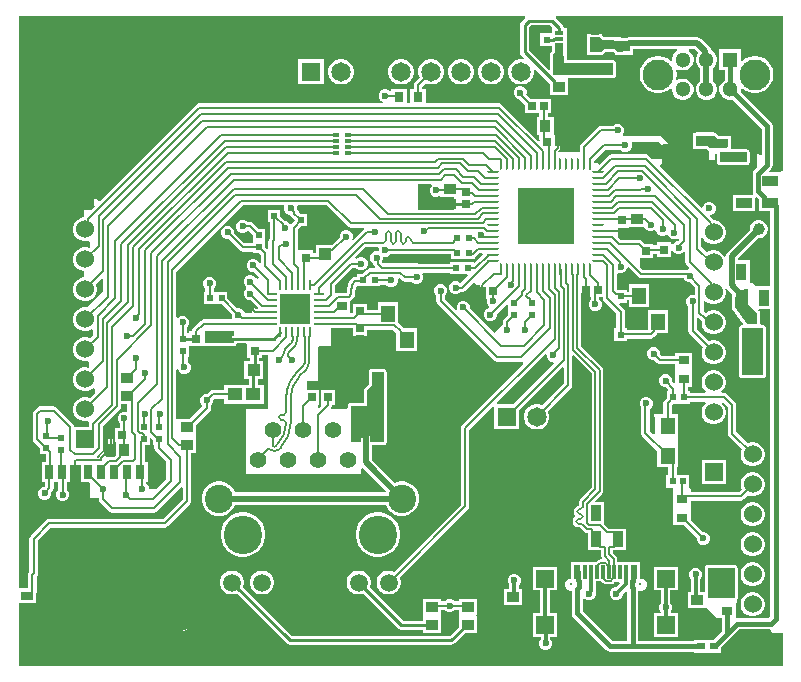
<source format=gtl>
G04*
G04 #@! TF.GenerationSoftware,Altium Limited,Altium Designer,24.4.1 (13)*
G04*
G04 Layer_Physical_Order=1*
G04 Layer_Color=255*
%FSLAX44Y44*%
%MOMM*%
G71*
G04*
G04 #@! TF.SameCoordinates,A3252435-666A-4F3B-8FA1-24D8921DAC19*
G04*
G04*
G04 #@! TF.FilePolarity,Positive*
G04*
G01*
G75*
%ADD12C,0.2000*%
%ADD13C,0.5000*%
%ADD16C,0.2540*%
%ADD23R,0.9300X0.9800*%
%ADD24R,0.6000X0.7500*%
%ADD25R,0.9500X0.9000*%
%ADD26R,0.7200X0.7600*%
%ADD27R,0.9800X0.9300*%
%ADD28R,0.7500X0.3000*%
%ADD29R,1.7500X1.9000*%
%ADD30R,0.6200X0.6000*%
%ADD31R,1.0000X0.8500*%
%ADD32R,0.7000X1.2000*%
%ADD33R,1.0000X1.2000*%
%ADD34R,1.0000X0.8000*%
%ADD35R,1.0000X2.8000*%
%ADD36R,1.3000X1.9000*%
%ADD37R,0.1925X0.9889*%
G04:AMPARAMS|DCode=38|XSize=0.9889mm|YSize=0.1925mm|CornerRadius=0.0962mm|HoleSize=0mm|Usage=FLASHONLY|Rotation=270.000|XOffset=0mm|YOffset=0mm|HoleType=Round|Shape=RoundedRectangle|*
%AMROUNDEDRECTD38*
21,1,0.9889,0.0000,0,0,270.0*
21,1,0.7964,0.1925,0,0,270.0*
1,1,0.1925,0.0000,-0.3982*
1,1,0.1925,0.0000,0.3982*
1,1,0.1925,0.0000,0.3982*
1,1,0.1925,0.0000,-0.3982*
%
%ADD38ROUNDEDRECTD38*%
G04:AMPARAMS|DCode=39|XSize=0.1925mm|YSize=0.9889mm|CornerRadius=0.0962mm|HoleSize=0mm|Usage=FLASHONLY|Rotation=270.000|XOffset=0mm|YOffset=0mm|HoleType=Round|Shape=RoundedRectangle|*
%AMROUNDEDRECTD39*
21,1,0.1925,0.7964,0,0,270.0*
21,1,0.0000,0.9889,0,0,270.0*
1,1,0.1925,-0.3982,0.0000*
1,1,0.1925,-0.3982,0.0000*
1,1,0.1925,0.3982,0.0000*
1,1,0.1925,0.3982,0.0000*
%
%ADD39ROUNDEDRECTD39*%
%ADD40R,1.1500X1.4000*%
%ADD41R,0.5000X0.4000*%
%ADD42R,0.5000X0.3000*%
%ADD43R,0.6000X1.1500*%
%ADD44R,0.3000X1.1500*%
%ADD45R,1.5000X1.5000*%
G04:AMPARAMS|DCode=46|XSize=0.2425mm|YSize=0.8937mm|CornerRadius=0.1212mm|HoleSize=0mm|Usage=FLASHONLY|Rotation=90.000|XOffset=0mm|YOffset=0mm|HoleType=Round|Shape=RoundedRectangle|*
%AMROUNDEDRECTD46*
21,1,0.2425,0.6512,0,0,90.0*
21,1,0.0000,0.8937,0,0,90.0*
1,1,0.2425,0.3256,0.0000*
1,1,0.2425,0.3256,0.0000*
1,1,0.2425,-0.3256,0.0000*
1,1,0.2425,-0.3256,0.0000*
%
%ADD46ROUNDEDRECTD46*%
G04:AMPARAMS|DCode=47|XSize=0.8937mm|YSize=0.2425mm|CornerRadius=0.1212mm|HoleSize=0mm|Usage=FLASHONLY|Rotation=90.000|XOffset=0mm|YOffset=0mm|HoleType=Round|Shape=RoundedRectangle|*
%AMROUNDEDRECTD47*
21,1,0.8937,0.0000,0,0,90.0*
21,1,0.6512,0.2425,0,0,90.0*
1,1,0.2425,0.0000,0.3256*
1,1,0.2425,0.0000,-0.3256*
1,1,0.2425,0.0000,-0.3256*
1,1,0.2425,0.0000,0.3256*
%
%ADD47ROUNDEDRECTD47*%
%ADD48R,0.2425X0.8937*%
%ADD49R,0.7600X0.7200*%
%ADD50R,0.5000X0.4750*%
%ADD51R,0.9000X0.6500*%
%ADD52R,0.9500X1.0000*%
%ADD53R,0.7500X0.6000*%
%ADD54R,0.9000X1.4000*%
%ADD55R,1.1000X1.4000*%
%ADD56R,0.9400X0.7300*%
%ADD57R,1.3061X1.0582*%
%ADD58R,1.1051X1.0062*%
%ADD59R,0.9500X0.8000*%
%ADD60R,1.3000X1.4000*%
%ADD61R,0.6153X0.5725*%
%ADD62R,0.7154X0.6725*%
%ADD63R,0.6725X0.7154*%
%ADD64R,0.4750X0.5000*%
%ADD65R,0.6725X0.7653*%
%ADD66R,1.2000X1.4000*%
%ADD67R,1.0062X1.1051*%
%ADD68R,0.8000X0.9500*%
%ADD69R,1.4000X0.9000*%
%ADD70R,1.4000X1.1000*%
%ADD71R,0.7000X0.6100*%
%ADD72R,0.6100X0.7000*%
%ADD87R,4.8000X4.8000*%
%ADD94R,2.5500X2.5500*%
%ADD126C,0.1650*%
%ADD127C,0.4000*%
%ADD128C,0.1720*%
%ADD129C,0.2084*%
%ADD130C,0.3000*%
%ADD131C,2.6250*%
%ADD132C,1.3000*%
%ADD133R,1.3000X1.3000*%
%ADD134R,1.5240X1.5240*%
%ADD135C,1.5240*%
%ADD136C,0.3250*%
%ADD137C,2.4000*%
%ADD138C,3.2500*%
%ADD139C,1.5200*%
%ADD140C,1.3900*%
%ADD141C,2.5400*%
%ADD142C,1.6500*%
%ADD143R,1.6500X1.6500*%
%ADD144C,0.6000*%
%ADD145C,1.0000*%
G36*
X646430Y567660D02*
X645131D01*
Y566450D01*
X635343D01*
X634857Y567623D01*
X636613Y569379D01*
X636613Y569380D01*
X637617Y570881D01*
X637969Y572653D01*
Y605310D01*
X637969Y605310D01*
X637617Y607081D01*
X636613Y608583D01*
X636613Y608583D01*
X610745Y634452D01*
X611020Y635480D01*
Y637180D01*
X612290Y637706D01*
X612994Y637002D01*
X615560Y635288D01*
X618411Y634107D01*
X621437Y633505D01*
X624523D01*
X627549Y634107D01*
X630400Y635288D01*
X632966Y637002D01*
X635148Y639184D01*
X636862Y641750D01*
X638043Y644601D01*
X638645Y647627D01*
Y650713D01*
X638043Y653739D01*
X636862Y656590D01*
X635148Y659156D01*
X632966Y661338D01*
X630400Y663052D01*
X627549Y664233D01*
X624523Y664835D01*
X621437D01*
X618411Y664233D01*
X615560Y663052D01*
X612994Y661338D01*
X612193Y660537D01*
X611020Y661023D01*
Y670710D01*
X592940D01*
Y652630D01*
X597351D01*
Y644436D01*
X596429Y643904D01*
X594746Y642221D01*
X593556Y640159D01*
X592940Y637860D01*
Y635480D01*
X593556Y633181D01*
X594746Y631119D01*
X596429Y629436D01*
X598491Y628246D01*
X600790Y627630D01*
X603170D01*
X604198Y627906D01*
X628711Y603393D01*
Y581262D01*
X627441Y581080D01*
X626781Y581740D01*
X624650D01*
Y570509D01*
X622567Y568426D01*
X621563Y566924D01*
X621211Y565153D01*
X621211Y565153D01*
Y550410D01*
X621211Y550410D01*
X621547Y548720D01*
X621542Y548445D01*
X621011Y547450D01*
X604300D01*
Y533370D01*
X623380D01*
Y544664D01*
X624553Y545150D01*
X626211Y543493D01*
Y542910D01*
X626211Y542910D01*
X626300Y542463D01*
Y533370D01*
X635873D01*
Y514350D01*
Y469710D01*
X623490D01*
X620570Y472630D01*
X618570D01*
Y491710D01*
X608669D01*
Y493451D01*
X625837Y510620D01*
X627103D01*
X629020Y511134D01*
X630740Y512127D01*
X632144Y513530D01*
X633136Y515250D01*
X633650Y517167D01*
Y519153D01*
X633136Y521070D01*
X632144Y522790D01*
X630740Y524193D01*
X629020Y525186D01*
X627103Y525700D01*
X625117D01*
X623200Y525186D01*
X621480Y524193D01*
X620076Y522790D01*
X619084Y521070D01*
X618570Y519153D01*
Y517887D01*
X599896Y499214D01*
X598782Y497547D01*
X598391Y495580D01*
Y495099D01*
X597121Y494759D01*
X596140Y496458D01*
X594248Y498350D01*
X591932Y499688D01*
X589348Y500380D01*
X586672D01*
X584088Y499688D01*
X582198Y498596D01*
X577649Y503145D01*
Y510705D01*
X578919Y511045D01*
X579880Y509382D01*
X581772Y507490D01*
X584088Y506152D01*
X586672Y505460D01*
X589348D01*
X591932Y506152D01*
X594248Y507490D01*
X596140Y509382D01*
X597478Y511698D01*
X598170Y514282D01*
Y516958D01*
X597478Y519542D01*
X596140Y521858D01*
X594248Y523750D01*
X591932Y525088D01*
X589348Y525780D01*
X588033D01*
X588029Y525785D01*
X584588Y529227D01*
X585074Y530400D01*
X585302D01*
X587338Y531243D01*
X588897Y532802D01*
X589740Y534838D01*
Y537042D01*
X588897Y539078D01*
X587338Y540637D01*
X585302Y541480D01*
X583098D01*
X581062Y540637D01*
X579503Y539078D01*
X578660Y537042D01*
Y536814D01*
X577487Y536328D01*
X542418Y571396D01*
X542904Y572569D01*
X543145D01*
X544415Y573839D01*
Y578051D01*
X535764D01*
X533412Y580402D01*
X532241Y581185D01*
X530860Y581459D01*
X501500D01*
X500119Y581185D01*
X498948Y580402D01*
X491403Y572857D01*
X490220Y574040D01*
X486813D01*
Y575784D01*
X496700Y585671D01*
X507080D01*
Y585269D01*
X509256D01*
X509942Y584583D01*
X511978Y583740D01*
X514182D01*
X516218Y584583D01*
X517777Y586142D01*
X518620Y588178D01*
Y590382D01*
X518545Y590563D01*
X519250Y591619D01*
X541513D01*
X544020Y589112D01*
X544998Y590090D01*
X550346D01*
X543335Y597101D01*
X511482D01*
X510955Y598371D01*
X511427Y598842D01*
X512270Y600878D01*
Y603082D01*
X511427Y605118D01*
X509868Y606677D01*
X507832Y607520D01*
X505628D01*
X503592Y606677D01*
X502505Y605589D01*
X492760D01*
X491379Y605315D01*
X490208Y604532D01*
X475759Y590083D01*
X474976Y588912D01*
X474701Y587531D01*
Y583313D01*
X457046D01*
X456560Y584486D01*
X457731Y585657D01*
X458173Y586318D01*
X458328Y587099D01*
X458328Y587099D01*
Y590244D01*
X458462Y590378D01*
X458462Y590378D01*
X460062Y591978D01*
X460504Y592640D01*
X460659Y593420D01*
X460504Y594200D01*
X460062Y594862D01*
X459400Y595304D01*
X458620Y595459D01*
X457840Y595304D01*
X457178Y594862D01*
X455578Y593262D01*
X455578Y593262D01*
X454847Y592531D01*
X454830Y592505D01*
X453560Y592891D01*
Y597960D01*
X452810Y598350D01*
Y613230D01*
X447815D01*
Y616398D01*
X450322D01*
Y628202D01*
X433622D01*
X429567Y632258D01*
X429720Y632628D01*
Y634832D01*
X428877Y636868D01*
X427318Y638427D01*
X425282Y639270D01*
X423078D01*
X421042Y638427D01*
X419483Y636868D01*
X418640Y634832D01*
Y632628D01*
X419483Y630592D01*
X421042Y629033D01*
X423078Y628190D01*
X423426D01*
X428518Y623098D01*
Y616398D01*
X440596D01*
Y613230D01*
X438430D01*
Y598350D01*
X440596D01*
Y594834D01*
X440871Y593453D01*
X439792Y592863D01*
X439707Y592828D01*
X408952Y623582D01*
X407781Y624365D01*
X406400Y624639D01*
X344360D01*
Y637210D01*
X341429D01*
Y639025D01*
X344147Y641743D01*
X344645Y641455D01*
X347389Y640720D01*
X350230D01*
X352975Y641455D01*
X355435Y642876D01*
X357444Y644885D01*
X358865Y647345D01*
X359600Y650089D01*
Y652931D01*
X358865Y655675D01*
X357444Y658135D01*
X355435Y660144D01*
X352975Y661565D01*
X350230Y662300D01*
X347389D01*
X344645Y661565D01*
X342185Y660144D01*
X340176Y658135D01*
X338755Y655675D01*
X338020Y652931D01*
Y650089D01*
X338755Y647345D01*
X339043Y646847D01*
X335268Y643072D01*
X334485Y641901D01*
X334211Y640520D01*
Y637210D01*
X331280D01*
Y624639D01*
X328360D01*
Y637210D01*
X315280D01*
Y634950D01*
X314010Y634815D01*
X313018Y635807D01*
X310982Y636650D01*
X308778D01*
X306742Y635807D01*
X305183Y634248D01*
X304340Y632212D01*
Y630008D01*
X305183Y627972D01*
X306742Y626413D01*
X307959Y625909D01*
X307706Y624639D01*
X152400D01*
X151019Y624365D01*
X149848Y623582D01*
X68556Y542290D01*
X67448D01*
X64980Y544758D01*
X63792Y543570D01*
Y539064D01*
X63792D01*
X64082Y537816D01*
X61145Y534879D01*
X60376Y535648D01*
X59188Y534460D01*
X54682D01*
Y528320D01*
X54542D01*
X51958Y527628D01*
X49642Y526290D01*
X47750Y524398D01*
X46412Y522082D01*
X45720Y519498D01*
Y516822D01*
X46412Y514238D01*
X47750Y511922D01*
X49642Y510030D01*
X51958Y508692D01*
X54542Y508000D01*
X57218D01*
X59005Y508479D01*
X60272Y507579D01*
X60275Y507571D01*
Y503349D01*
X60272Y503341D01*
X59005Y502441D01*
X57218Y502920D01*
X54542D01*
X51958Y502228D01*
X49642Y500890D01*
X47750Y498998D01*
X46412Y496682D01*
X45720Y494098D01*
Y491422D01*
X46412Y488838D01*
X47750Y486522D01*
X49642Y484630D01*
X51958Y483292D01*
X54542Y482600D01*
X54682D01*
Y477520D01*
X54542D01*
X51958Y476828D01*
X49642Y475490D01*
X47750Y473598D01*
X46412Y471282D01*
X45720Y468698D01*
Y466022D01*
X46412Y463438D01*
X47750Y461122D01*
X49642Y459230D01*
X51958Y457892D01*
X54542Y457200D01*
X57218D01*
X59802Y457892D01*
X62118Y459230D01*
X64010Y461122D01*
X65348Y463438D01*
X66040Y466022D01*
Y468698D01*
X65348Y471282D01*
X65186Y471562D01*
X70147Y476523D01*
X71321Y476037D01*
Y465620D01*
X58409Y452708D01*
X57532Y452036D01*
X57218Y452120D01*
X54542D01*
X51958Y451428D01*
X49642Y450090D01*
X47750Y448198D01*
X46412Y445882D01*
X45720Y443298D01*
Y440622D01*
X46412Y438038D01*
X47750Y435722D01*
X49642Y433830D01*
X51958Y432492D01*
X54542Y431800D01*
X57218D01*
X59802Y432492D01*
X61674Y433573D01*
X62944Y432978D01*
Y428728D01*
X60082Y425866D01*
X59802Y426028D01*
X57218Y426720D01*
X54542D01*
X51958Y426028D01*
X49642Y424690D01*
X47750Y422798D01*
X46412Y420482D01*
X45720Y417898D01*
Y415222D01*
X46412Y412638D01*
X47750Y410322D01*
X49642Y408430D01*
X51958Y407092D01*
X54542Y406400D01*
X57218D01*
X58385Y406713D01*
X59392Y405940D01*
Y401780D01*
X58385Y401007D01*
X57218Y401320D01*
X54542D01*
X51958Y400628D01*
X49642Y399290D01*
X47750Y397398D01*
X46412Y395082D01*
X45720Y392498D01*
Y389822D01*
X46412Y387238D01*
X47750Y384922D01*
X49642Y383030D01*
X51958Y381692D01*
X54542Y381000D01*
X57218D01*
X59802Y381692D01*
X62118Y383030D01*
X62677Y383589D01*
X63850Y383103D01*
Y378835D01*
X60082Y375066D01*
X59802Y375228D01*
X57218Y375920D01*
X54542D01*
X51958Y375228D01*
X49642Y373890D01*
X47750Y371998D01*
X46412Y369682D01*
X45720Y367098D01*
Y364422D01*
X46412Y361838D01*
X47750Y359522D01*
X49642Y357630D01*
X51958Y356292D01*
X54542Y355600D01*
X57218D01*
X58453Y355931D01*
X59243Y354828D01*
X59165Y354711D01*
X58891Y353330D01*
Y350520D01*
X46789D01*
X46515Y351901D01*
X45732Y353072D01*
X31762Y367042D01*
X30591Y367825D01*
X29210Y368099D01*
X17780D01*
X16399Y367825D01*
X15228Y367042D01*
X12688Y364502D01*
X11905Y363331D01*
X11631Y361950D01*
Y340320D01*
X11905Y338939D01*
X12688Y337768D01*
X17820Y332636D01*
Y327785D01*
X22391D01*
Y321420D01*
X19640D01*
Y304340D01*
X22071D01*
Y300225D01*
X22026Y300180D01*
X20488D01*
X18452Y299337D01*
X16893Y297778D01*
X16050Y295742D01*
Y293538D01*
X16893Y291502D01*
X18452Y289943D01*
X20488Y289100D01*
X22692D01*
X24728Y289943D01*
X26287Y291502D01*
X27130Y293538D01*
Y295076D01*
X28232Y296178D01*
X29015Y297349D01*
X29289Y298730D01*
Y304340D01*
X33221D01*
Y297595D01*
X32133Y296508D01*
X31290Y294472D01*
Y292268D01*
X32133Y290232D01*
X33692Y288673D01*
X35728Y287830D01*
X37932D01*
X39968Y288673D01*
X41527Y290232D01*
X42370Y292268D01*
Y294472D01*
X41527Y296508D01*
X40439Y297595D01*
Y304340D01*
X42720D01*
Y318770D01*
X45641D01*
Y312880D01*
X45796Y312100D01*
X46238Y311438D01*
X46900Y310996D01*
X47680Y310841D01*
X48460Y310996D01*
X49122Y311438D01*
X49564Y312100D01*
X49719Y312880D01*
Y318633D01*
X49887Y318703D01*
X52640D01*
Y304340D01*
X59550D01*
X60404Y303486D01*
Y291544D01*
X59858Y290998D01*
X67511D01*
Y289560D01*
X67785Y288179D01*
X68568Y287008D01*
X76188Y279388D01*
X77359Y278605D01*
X78740Y278331D01*
X114300D01*
X115681Y278605D01*
X116852Y279388D01*
X137457Y299993D01*
X138631Y299507D01*
Y289785D01*
X121695Y272849D01*
X25273D01*
X23891Y272575D01*
X22720Y271792D01*
X9699Y258771D01*
X8917Y257600D01*
X8642Y256219D01*
Y228236D01*
X7915Y227149D01*
X7641Y225768D01*
Y214430D01*
X0D01*
Y698500D01*
X428363D01*
X428676Y698006D01*
X428846Y697230D01*
X425243Y693627D01*
X424401Y692367D01*
X424105Y690880D01*
Y668140D01*
X424401Y666653D01*
X425243Y665393D01*
X427299Y663337D01*
X426664Y662237D01*
X426431Y662300D01*
X423590D01*
X420845Y661565D01*
X418385Y660144D01*
X416376Y658135D01*
X414955Y655675D01*
X414220Y652931D01*
Y650089D01*
X414955Y647345D01*
X416376Y644885D01*
X418385Y642876D01*
X420845Y641455D01*
X423590Y640720D01*
X426431D01*
X429175Y641455D01*
X431635Y642876D01*
X433644Y644885D01*
X435065Y647345D01*
X435800Y650089D01*
Y652931D01*
X435737Y653164D01*
X436837Y653799D01*
X449660Y640976D01*
Y632140D01*
X464740D01*
Y645110D01*
X464917Y645811D01*
X465786Y646260D01*
X477310D01*
Y646380D01*
X502920D01*
X503911Y646577D01*
X504751Y647139D01*
X505313Y647979D01*
X505510Y648970D01*
Y659130D01*
X505313Y660121D01*
X504751Y660961D01*
X503911Y661523D01*
X502920Y661720D01*
X463600D01*
Y665036D01*
X463518Y665446D01*
Y675640D01*
X463508Y675689D01*
Y688616D01*
X461103D01*
Y688806D01*
X460807Y690293D01*
X459965Y691553D01*
X454288Y697230D01*
X454458Y698006D01*
X454771Y698500D01*
X646430D01*
Y567660D01*
D02*
G37*
G36*
X451217Y689314D02*
X450928Y688616D01*
X450928D01*
Y684210D01*
X441026D01*
Y673130D01*
X450800D01*
Y669093D01*
X450289Y668581D01*
X449727Y667741D01*
X449530Y666750D01*
Y653753D01*
X448357Y653267D01*
X431875Y669749D01*
Y689271D01*
X433399Y690795D01*
X449735D01*
X451217Y689314D01*
D02*
G37*
G36*
X460928Y665036D02*
X461010D01*
Y659130D01*
X502920D01*
Y648970D01*
X477310D01*
Y649140D01*
X465030D01*
Y648970D01*
X452120D01*
Y666750D01*
X453390Y668020D01*
Y675640D01*
X460928D01*
Y665036D01*
D02*
G37*
G36*
X349236Y555191D02*
X348363Y554318D01*
X347520Y552282D01*
Y550078D01*
X348363Y548042D01*
X349922Y546483D01*
X351958Y545640D01*
X354162D01*
X355780Y546310D01*
X357050Y545676D01*
Y545410D01*
X368300D01*
Y542244D01*
X364820D01*
X363934Y542068D01*
X363183Y541567D01*
X362853Y541237D01*
X362352Y540486D01*
X362175Y539600D01*
X362352Y538714D01*
X362853Y537963D01*
X363604Y537462D01*
X364490Y537285D01*
X365376Y537462D01*
X365606Y537616D01*
X368300D01*
Y534670D01*
X367113Y534469D01*
X338871D01*
X337820Y534999D01*
Y556260D01*
X339007Y556461D01*
X348710D01*
X349236Y555191D01*
D02*
G37*
G36*
X224571Y537625D02*
X224330Y537042D01*
Y534838D01*
X225173Y532802D01*
X226732Y531243D01*
X228768Y530400D01*
X229653D01*
X229751Y529908D01*
X230533Y528737D01*
X233616Y525655D01*
X230764Y522803D01*
X229487Y522568D01*
X229191Y522863D01*
X227928Y524127D01*
X225892Y524970D01*
X225539D01*
X220815Y529694D01*
Y534670D01*
X210985D01*
Y524590D01*
X212291D01*
Y510590D01*
X212158Y510457D01*
X211375Y509286D01*
X211101Y507905D01*
Y501920D01*
X209831Y501394D01*
X208240Y502984D01*
X208240Y507835D01*
X208240Y509105D01*
Y518075D01*
X203264D01*
X198087Y523252D01*
X196916Y524035D01*
X195535Y524309D01*
X193455D01*
X192368Y525397D01*
X190332Y526240D01*
X188128D01*
X186092Y525397D01*
X184533Y523838D01*
X183690Y521802D01*
Y519598D01*
X184533Y517562D01*
X186092Y516003D01*
X188128Y515160D01*
X190332D01*
X192368Y516003D01*
X193455Y517091D01*
X194040D01*
X198160Y512971D01*
X198160Y508245D01*
Y507427D01*
X197262Y506529D01*
X190725D01*
X182070Y515184D01*
Y516722D01*
X181227Y518758D01*
X179668Y520317D01*
X177632Y521160D01*
X175428D01*
X173392Y520317D01*
X171833Y518758D01*
X170990Y516722D01*
Y514518D01*
X171833Y512482D01*
X173392Y510923D01*
X175428Y510080D01*
X176966D01*
X186678Y500368D01*
X187849Y499585D01*
X189230Y499311D01*
X198160D01*
Y498005D01*
X203011D01*
X204671Y496345D01*
Y489661D01*
X203401Y489408D01*
X202817Y490818D01*
X201258Y492377D01*
X199222Y493220D01*
X197018D01*
X194982Y492377D01*
X193423Y490818D01*
X192580Y488782D01*
Y486578D01*
X193423Y484542D01*
X194982Y482983D01*
X197018Y482140D01*
X198556D01*
X203188Y477508D01*
X201908Y476228D01*
X200410Y476526D01*
X200277Y476848D01*
X198718Y478407D01*
X196682Y479250D01*
X194478D01*
X192442Y478407D01*
X190883Y476848D01*
X190040Y474812D01*
Y472608D01*
X190883Y470572D01*
X192012Y469443D01*
X192304Y468630D01*
X192012Y467817D01*
X190883Y466688D01*
X190040Y464652D01*
Y462448D01*
X190883Y460412D01*
X192442Y458853D01*
X194478Y458010D01*
X196268D01*
X202619Y451659D01*
X202093Y450389D01*
X200871D01*
X198355Y452906D01*
X197693Y453348D01*
X196913Y453503D01*
X196070D01*
X195289Y453348D01*
X194628Y452906D01*
X194186Y452244D01*
X194030Y451464D01*
X194186Y450684D01*
X194628Y450022D01*
X195289Y449580D01*
X196068Y449425D01*
X197360Y448133D01*
X196874Y446959D01*
X190924D01*
X190117Y448908D01*
X188558Y450467D01*
X186522Y451310D01*
X184859D01*
X176365Y459804D01*
Y464780D01*
X167395D01*
X166535Y464780D01*
X165757D01*
X164859Y465678D01*
Y468175D01*
X165987Y469302D01*
X166830Y471338D01*
Y473542D01*
X165987Y475578D01*
X164428Y477137D01*
X162392Y477980D01*
X160188D01*
X158152Y477137D01*
X156593Y475578D01*
X155750Y473542D01*
Y471338D01*
X156593Y469302D01*
X157641Y468255D01*
Y464780D01*
X156295D01*
Y454700D01*
X165265D01*
X166125Y454700D01*
X167395Y454700D01*
X171261D01*
X179880Y446081D01*
Y444668D01*
X180476Y443229D01*
X179737Y441959D01*
X156410D01*
X155029Y441685D01*
X153858Y440902D01*
X147308Y434352D01*
X146525Y433181D01*
X146251Y431800D01*
Y431610D01*
X143720D01*
Y431572D01*
X143470Y430405D01*
X142039D01*
Y435195D01*
X143127Y436282D01*
X143970Y438318D01*
Y440522D01*
X143127Y442558D01*
X141568Y444117D01*
X139532Y444960D01*
X137328D01*
X135292Y444117D01*
X134419Y443244D01*
X133149Y443770D01*
Y482375D01*
X189455Y538681D01*
X223866D01*
X224571Y537625D01*
D02*
G37*
G36*
X529973Y518832D02*
X531532Y517273D01*
X533568Y516430D01*
X535772D01*
X537808Y517273D01*
X538117Y517582D01*
X539290Y517096D01*
Y517058D01*
X540133Y515022D01*
X541692Y513463D01*
X543728Y512620D01*
X545932D01*
X547968Y513463D01*
X547992Y513488D01*
X549490Y513190D01*
X549933Y512121D01*
X551491Y510563D01*
X553527Y509720D01*
X555732D01*
X557097Y510285D01*
X558446Y509600D01*
X558460Y509580D01*
X558529Y509103D01*
X557663Y508158D01*
X557289D01*
X555253Y507314D01*
X553694Y505756D01*
X553551Y505410D01*
X552281Y505662D01*
Y507290D01*
X540001D01*
Y504559D01*
X536803D01*
Y505682D01*
X529888D01*
X527559Y508012D01*
X526388Y508795D01*
X525006Y509069D01*
X509495D01*
X506730Y511834D01*
Y514318D01*
X506943Y514531D01*
X508925D01*
X510698Y512758D01*
X511360Y512316D01*
X512140Y512161D01*
X512920Y512316D01*
X513582Y512758D01*
X514024Y513420D01*
X514179Y514200D01*
X514024Y514980D01*
X513582Y515642D01*
X511234Y517990D01*
X511236Y518084D01*
X511630Y519260D01*
X516680D01*
Y520010D01*
X529485D01*
X529973Y518832D01*
D02*
G37*
G36*
X278118Y520688D02*
X279289Y519905D01*
X280670Y519631D01*
X292300D01*
X292685Y518361D01*
X292214Y518046D01*
X282996Y508828D01*
X281919Y509547D01*
X282400Y510708D01*
Y512912D01*
X281557Y514948D01*
X279998Y516507D01*
X277962Y517350D01*
X275758D01*
X273722Y516507D01*
X272163Y514948D01*
X271320Y512912D01*
Y511374D01*
X265195Y505250D01*
X251509D01*
Y497819D01*
X248710D01*
Y500550D01*
X236430D01*
X236019Y501650D01*
Y517850D01*
X238909Y520740D01*
X243635D01*
Y530820D01*
X238659D01*
X236680Y532800D01*
X236420Y534106D01*
X235638Y535277D01*
X235410Y535504D01*
Y537042D01*
X235169Y537625D01*
X235874Y538681D01*
X260125D01*
X278118Y520688D01*
D02*
G37*
G36*
X392786Y496966D02*
X385617Y489796D01*
X384690Y490180D01*
Y490180D01*
X374860D01*
Y490180D01*
X374440D01*
Y490180D01*
X364610D01*
Y488749D01*
X338943D01*
X338666Y488935D01*
X337285Y489209D01*
X308375D01*
X307106Y490478D01*
Y490490D01*
X307428Y490812D01*
X308271Y492848D01*
Y494501D01*
X308778Y494840D01*
X310982D01*
X313018Y495683D01*
X314284Y496949D01*
X365880D01*
Y492800D01*
X375710D01*
Y492800D01*
X376130D01*
Y492800D01*
X385960D01*
Y494575D01*
X386895Y495199D01*
X389835Y498139D01*
X392300D01*
X392786Y496966D01*
D02*
G37*
G36*
X553694Y499480D02*
X555253Y497921D01*
X557289Y497078D01*
X559493D01*
X561529Y497921D01*
X562811Y499203D01*
X564081Y498811D01*
Y490220D01*
X564355Y488839D01*
X565138Y487668D01*
X567302Y485503D01*
X566816Y484330D01*
X566588D01*
X565441Y483855D01*
X565080Y483927D01*
X528288D01*
X525780Y486434D01*
Y493449D01*
X536803D01*
Y497341D01*
X540001D01*
Y494610D01*
X545336D01*
X545668Y493435D01*
X545650Y493340D01*
X545039Y492932D01*
X544699Y492592D01*
X544699Y492592D01*
X543543Y491436D01*
X543101Y490775D01*
X542946Y489994D01*
X543101Y489214D01*
X543543Y488552D01*
X544205Y488110D01*
X544985Y487955D01*
X545765Y488110D01*
X546427Y488552D01*
X547583Y489708D01*
X547583Y489708D01*
X547923Y490048D01*
X548365Y490710D01*
X548520Y491490D01*
X548365Y492270D01*
X547923Y492932D01*
X547312Y493340D01*
X547293Y493435D01*
X547625Y494610D01*
X552281D01*
Y499573D01*
X553551Y499826D01*
X553694Y499480D01*
D02*
G37*
G36*
X304655Y502243D02*
X304340Y501482D01*
Y499828D01*
X303833Y499490D01*
X301630D01*
X299593Y498647D01*
X298035Y497088D01*
X297192Y495052D01*
Y492848D01*
X298035Y490812D01*
X299593Y489253D01*
X299888Y489132D01*
Y488983D01*
X300162Y487602D01*
X300945Y486431D01*
X301263Y486113D01*
X300777Y484939D01*
X297140D01*
X295759Y484665D01*
X294588Y483882D01*
X290726Y480020D01*
X285875D01*
Y477971D01*
X284754Y477593D01*
X283372Y477318D01*
X282201Y476536D01*
X279388Y473722D01*
X278605Y472551D01*
X278331Y471170D01*
Y470022D01*
X277755Y469161D01*
X277481Y467780D01*
Y464709D01*
X274410D01*
X273958Y464619D01*
X270092D01*
X268757Y464354D01*
X268705Y464348D01*
X267487Y465055D01*
Y470662D01*
X282165Y485341D01*
X285335D01*
X286422Y484253D01*
X288458Y483410D01*
X290662D01*
X292698Y484253D01*
X294257Y485812D01*
X295100Y487848D01*
Y490052D01*
X294257Y492088D01*
X292698Y493647D01*
X290662Y494490D01*
X288458D01*
X286422Y493647D01*
X285614Y492839D01*
X284943Y492925D01*
X284486Y494264D01*
X293521Y503299D01*
X303950D01*
X304655Y502243D01*
D02*
G37*
G36*
X524241Y477765D02*
X525411Y476983D01*
X526793Y476708D01*
X562556D01*
X562993Y475652D01*
X564552Y474093D01*
X566588Y473250D01*
X568126D01*
X572336Y469040D01*
Y463411D01*
X571332Y462740D01*
X569128D01*
X567092Y461897D01*
X565533Y460338D01*
X564690Y458302D01*
Y456098D01*
X565533Y454062D01*
X566621Y452975D01*
Y431800D01*
X566895Y430419D01*
X567678Y429248D01*
X578704Y418222D01*
X578542Y417942D01*
X577850Y415358D01*
Y412682D01*
X578542Y410098D01*
X579880Y407782D01*
X581772Y405890D01*
X584088Y404552D01*
X586672Y403860D01*
X589348D01*
X591932Y404552D01*
X594248Y405890D01*
X596140Y407782D01*
X597478Y410098D01*
X598170Y412682D01*
Y415358D01*
X597478Y417942D01*
X596140Y420258D01*
X594248Y422150D01*
X591932Y423488D01*
X589348Y424180D01*
X586672D01*
X584088Y423488D01*
X583808Y423326D01*
X573839Y433295D01*
Y443017D01*
X575013Y443503D01*
X577850Y440666D01*
Y438082D01*
X578542Y435498D01*
X579880Y433182D01*
X581772Y431290D01*
X584088Y429952D01*
X586672Y429260D01*
X589348D01*
X591932Y429952D01*
X594248Y431290D01*
X596140Y433182D01*
X597478Y435498D01*
X598170Y438082D01*
Y440758D01*
X597478Y443342D01*
X596140Y445658D01*
X594248Y447550D01*
X591932Y448888D01*
X589348Y449580D01*
X586672D01*
X584088Y448888D01*
X581772Y447550D01*
X581473Y447251D01*
X579554Y449170D01*
Y457111D01*
X580824Y457637D01*
X581772Y456690D01*
X584088Y455352D01*
X586672Y454660D01*
X589348D01*
X591932Y455352D01*
X594248Y456690D01*
X596140Y458582D01*
X597478Y460898D01*
X598170Y463482D01*
Y466158D01*
X597802Y467533D01*
X597912Y467719D01*
X599414Y467758D01*
X599896Y467036D01*
X603931Y463002D01*
X603808Y462819D01*
X603618Y462624D01*
X603530Y462402D01*
X603397Y462204D01*
X603344Y461938D01*
X603244Y461685D01*
X603247Y461447D01*
X603200Y461213D01*
Y452120D01*
X603264Y451800D01*
X603282Y451475D01*
X603362Y451309D01*
X603397Y451129D01*
X603578Y450858D01*
X603720Y450564D01*
X613112Y438066D01*
X612545Y436930D01*
X612140D01*
X611149Y436733D01*
X610309Y436171D01*
X609747Y435331D01*
X609550Y434340D01*
Y394970D01*
X609747Y393979D01*
X610309Y393139D01*
X611149Y392577D01*
X612140Y392380D01*
X629920D01*
X630911Y392577D01*
X631751Y393139D01*
X632313Y393979D01*
X632510Y394970D01*
Y434340D01*
X632313Y435331D01*
X631751Y436171D01*
X630911Y436733D01*
X629920Y436930D01*
X628570D01*
X627430Y437667D01*
Y447040D01*
X627411Y447132D01*
X627423Y447225D01*
X627313Y447625D01*
X627233Y448031D01*
X627181Y448109D01*
X627156Y448200D01*
X626901Y448527D01*
X626671Y448871D01*
X626593Y448923D01*
X626536Y448997D01*
X626025Y449440D01*
X626469Y450630D01*
X635873D01*
X635873Y190299D01*
X634353Y188779D01*
X607930D01*
X607930Y188779D01*
X606730Y189835D01*
Y201740D01*
X607621Y202631D01*
Y203909D01*
X608183Y204749D01*
X608380Y205740D01*
Y231140D01*
X608183Y232131D01*
X607621Y232971D01*
X606781Y233533D01*
X605790Y233730D01*
X582930D01*
X581939Y233533D01*
X581099Y232971D01*
X580537Y232131D01*
X580340Y231140D01*
Y211140D01*
X576889D01*
Y222344D01*
X577467Y222922D01*
X578310Y224958D01*
Y227162D01*
X577467Y229198D01*
X575908Y230757D01*
X573872Y231600D01*
X571668D01*
X569632Y230757D01*
X568073Y229198D01*
X567230Y227162D01*
Y224958D01*
X568073Y222922D01*
X568651Y222344D01*
Y211140D01*
X566500D01*
Y197560D01*
X581580D01*
X590480Y188660D01*
X594811D01*
Y177577D01*
X587924Y170690D01*
X571390D01*
Y169729D01*
X524199D01*
Y211590D01*
X524318Y211670D01*
X526622D01*
X528750Y212551D01*
X530378Y214180D01*
X531260Y216308D01*
Y218612D01*
X530378Y220740D01*
X528750Y222369D01*
X526622Y223250D01*
X526110D01*
Y236500D01*
X506375D01*
Y239061D01*
X506156Y240163D01*
X505532Y241097D01*
X502645Y243984D01*
Y246645D01*
X503665D01*
X503943Y246700D01*
X513840D01*
Y264700D01*
X503943D01*
X503665Y264755D01*
X498905D01*
X495380Y268281D01*
Y287240D01*
X488118D01*
X487631Y288413D01*
X493567Y294349D01*
X494191Y295283D01*
X494410Y296385D01*
Y399105D01*
X494191Y400207D01*
X493567Y401141D01*
X475616Y419092D01*
Y464544D01*
X476886Y464669D01*
X476906Y464569D01*
X477348Y463907D01*
X478010Y463465D01*
X478790Y463310D01*
X479570Y463465D01*
X480232Y463907D01*
X481723Y465398D01*
X481723Y465398D01*
X482165Y466060D01*
X482320Y466840D01*
X482320Y466840D01*
Y469178D01*
X482469Y469327D01*
X482894Y469273D01*
X483741Y468802D01*
Y460700D01*
X484071D01*
Y458885D01*
X482983Y457798D01*
X482140Y455762D01*
Y453558D01*
X482983Y451522D01*
X484542Y449963D01*
X486578Y449120D01*
X488782D01*
X490818Y449963D01*
X492377Y451522D01*
X493220Y453558D01*
Y455762D01*
X492377Y457798D01*
X491289Y458885D01*
Y460700D01*
X494231D01*
Y459740D01*
X494505Y458359D01*
X495288Y457188D01*
X505661Y446815D01*
Y434320D01*
X503630D01*
Y423240D01*
X514910D01*
Y425651D01*
X534670D01*
X536051Y425925D01*
X537222Y426708D01*
X539691Y429176D01*
X540448Y430310D01*
X549110D01*
Y449390D01*
X532530D01*
Y432869D01*
X514910D01*
Y434320D01*
X512879D01*
Y448310D01*
X512605Y449691D01*
X511822Y450862D01*
X507908Y454777D01*
X508394Y455950D01*
X514910D01*
Y457881D01*
X516520D01*
Y452310D01*
X533100D01*
Y471390D01*
X516520D01*
Y465099D01*
X514910D01*
Y467030D01*
X507619D01*
X507270Y467099D01*
X506859D01*
X506239Y467719D01*
Y480526D01*
X507295Y481231D01*
X508168Y480870D01*
X510372D01*
X512408Y481713D01*
X513967Y483272D01*
X514810Y485308D01*
Y485536D01*
X515983Y486022D01*
X524241Y477765D01*
D02*
G37*
G36*
X364610Y480100D02*
X374440D01*
Y480100D01*
X374860D01*
Y480100D01*
X379356D01*
X379842Y478927D01*
X373475Y472560D01*
X372708Y473327D01*
X370672Y474170D01*
X368468D01*
X366432Y473327D01*
X364873Y471768D01*
X364030Y469732D01*
Y467528D01*
X364873Y465492D01*
X366432Y463933D01*
X368468Y463090D01*
X370672D01*
X372708Y463933D01*
X373811Y465036D01*
X374665D01*
X376046Y465311D01*
X377217Y466093D01*
X384822Y473698D01*
X387799Y470721D01*
X389942D01*
Y467328D01*
X389636Y466870D01*
X389481Y466090D01*
X389636Y465310D01*
X390078Y464648D01*
X390740Y464206D01*
X391520Y464051D01*
X392300Y464206D01*
X392962Y464648D01*
X393423Y465109D01*
X393423Y465109D01*
X393710Y465539D01*
X394845Y465381D01*
X394980Y465327D01*
Y459950D01*
X395320D01*
X396025Y458894D01*
X395780Y458302D01*
Y456098D01*
X396623Y454062D01*
X398105Y452580D01*
X398074Y452208D01*
X397744Y451310D01*
X397678D01*
X395642Y450467D01*
X394083Y448908D01*
X393240Y446872D01*
Y444668D01*
X394083Y442632D01*
X395642Y441073D01*
X397678Y440230D01*
X399882D01*
X401918Y441073D01*
X403477Y442632D01*
X404320Y444668D01*
Y446206D01*
X412887Y454772D01*
X413711Y454431D01*
X414060Y454150D01*
Y445537D01*
X410324Y441801D01*
X409580Y440688D01*
X409319Y439375D01*
Y437474D01*
X408053Y436208D01*
X407902Y435842D01*
X402602Y430542D01*
X381460Y451684D01*
Y453222D01*
X380617Y455258D01*
X379058Y456817D01*
X377022Y457660D01*
X374818D01*
X372782Y456817D01*
X371223Y455258D01*
X370380Y453222D01*
Y451018D01*
X370682Y450288D01*
X369606Y449569D01*
X360479Y458695D01*
Y461865D01*
X361567Y462952D01*
X362410Y464988D01*
Y467192D01*
X361567Y469228D01*
X360008Y470787D01*
X357972Y471630D01*
X355768D01*
X353732Y470787D01*
X352173Y469228D01*
X351330Y467192D01*
Y464988D01*
X352173Y462952D01*
X353261Y461865D01*
Y457200D01*
X353535Y455819D01*
X354318Y454648D01*
X401782Y407184D01*
X402952Y406402D01*
X404334Y406127D01*
X424976D01*
X425376Y406207D01*
X426357Y405401D01*
Y404222D01*
X426708Y403872D01*
X374869Y352033D01*
X374086Y350862D01*
X373811Y349481D01*
Y285085D01*
X317083Y228356D01*
X316810Y228514D01*
X314231Y229205D01*
X311561D01*
X308982Y228514D01*
X306670Y227179D01*
X304782Y225291D01*
X303447Y222979D01*
X302756Y220400D01*
Y217730D01*
X303447Y215151D01*
X304782Y212839D01*
X306670Y210951D01*
X308982Y209616D01*
X311561Y208925D01*
X314231D01*
X316810Y209616D01*
X319122Y210951D01*
X321010Y212839D01*
X322345Y215151D01*
X323036Y217730D01*
Y220400D01*
X322345Y222979D01*
X322187Y223252D01*
X379973Y281038D01*
X380755Y282208D01*
X381030Y283590D01*
Y347986D01*
X400787Y367742D01*
X401960Y367256D01*
Y348620D01*
X423540D01*
Y365035D01*
X459995Y401490D01*
X461168Y401004D01*
Y387593D01*
X442775Y369199D01*
X442315Y369465D01*
X439571Y370200D01*
X436730D01*
X433985Y369465D01*
X431525Y368044D01*
X429516Y366035D01*
X428095Y363575D01*
X427360Y360830D01*
Y357990D01*
X428095Y355245D01*
X429516Y352785D01*
X431525Y350776D01*
X433985Y349355D01*
X436730Y348620D01*
X439571D01*
X442315Y349355D01*
X444775Y350776D01*
X446784Y352785D01*
X448205Y355245D01*
X448940Y357990D01*
Y360830D01*
X448205Y363575D01*
X447939Y364035D01*
X467402Y383498D01*
X467402Y383498D01*
X468194Y384682D01*
X468472Y386080D01*
X468472Y386080D01*
Y410985D01*
X469645Y411471D01*
X484800Y396317D01*
Y347745D01*
Y311150D01*
Y299173D01*
X475128Y289502D01*
X474504Y288567D01*
X474285Y287465D01*
Y284131D01*
X472875Y283851D01*
X471248Y282764D01*
X470160Y281136D01*
X469779Y279217D01*
Y279217D01*
Y279216D01*
X469779D01*
X470160Y277297D01*
X471248Y275669D01*
Y275156D01*
X470093Y274384D01*
X469005Y272756D01*
X468624Y270837D01*
Y270837D01*
Y270837D01*
X468624D01*
X469005Y268917D01*
X470093Y267289D01*
X471720Y266202D01*
X473640Y265820D01*
Y265820D01*
X474877Y265841D01*
X475355Y265643D01*
X476267Y264759D01*
X479038Y261988D01*
X479973Y261364D01*
X481075Y261145D01*
X481840D01*
Y246700D01*
X491737D01*
X492015Y246645D01*
X493035D01*
Y241196D01*
X493254Y240094D01*
X493360Y239935D01*
X492681Y238665D01*
X491814D01*
X490712Y238446D01*
X489777Y237822D01*
X489095Y237139D01*
X488110Y236500D01*
Y236500D01*
X488110Y236500D01*
X467030D01*
Y223250D01*
X466518D01*
X464390Y222369D01*
X462761Y220740D01*
X461880Y218612D01*
Y216308D01*
X462761Y214180D01*
X464390Y212551D01*
X466518Y211670D01*
X467941D01*
Y192910D01*
X467941Y192910D01*
X468293Y191139D01*
X469297Y189637D01*
X497107Y161827D01*
X497107Y161827D01*
X498609Y160823D01*
X500380Y160471D01*
X571390D01*
Y159510D01*
X594470D01*
Y164144D01*
X609847Y179521D01*
X635822D01*
X635902Y179370D01*
X636313Y178514D01*
X636350Y178285D01*
X636350Y178284D01*
X637317Y177484D01*
X638270Y176530D01*
X646430D01*
Y148590D01*
X0D01*
Y201350D01*
X14220D01*
Y208817D01*
X14585Y209363D01*
X14859Y210744D01*
Y224301D01*
X15586Y225388D01*
X15861Y226769D01*
Y254724D01*
X26768Y265631D01*
X123190D01*
X124571Y265905D01*
X125742Y266688D01*
X144792Y285738D01*
X145575Y286909D01*
X145849Y288290D01*
Y328610D01*
X149780D01*
Y342190D01*
Y352836D01*
X161302Y364358D01*
X162085Y365529D01*
X162359Y366910D01*
Y369155D01*
X163447Y370242D01*
X164290Y372278D01*
Y373816D01*
X165325Y374851D01*
X173669D01*
Y370629D01*
X207331D01*
Y386291D01*
X202146D01*
Y391209D01*
X206841D01*
Y406351D01*
X203275D01*
Y409150D01*
X205730D01*
Y411681D01*
X210820D01*
Y365760D01*
X193040D01*
X191770Y367030D01*
Y311150D01*
X289560D01*
Y315587D01*
X290830Y316113D01*
X310370Y296574D01*
X309844Y295303D01*
X182822D01*
X182695Y295777D01*
X180781Y299093D01*
X178074Y301800D01*
X174758Y303714D01*
X171060Y304705D01*
X167232D01*
X163534Y303714D01*
X160218Y301800D01*
X157511Y299093D01*
X155597Y295777D01*
X154606Y292079D01*
Y288251D01*
X155597Y284552D01*
X157511Y281237D01*
X160218Y278530D01*
X163534Y276616D01*
X167232Y275625D01*
X171060D01*
X174758Y276616D01*
X178074Y278530D01*
X180781Y281237D01*
X182695Y284552D01*
X182822Y285026D01*
X310370D01*
X310497Y284552D01*
X312411Y281237D01*
X315118Y278530D01*
X318434Y276616D01*
X322132Y275625D01*
X325960D01*
X329658Y276616D01*
X332974Y278530D01*
X335681Y281237D01*
X337595Y284552D01*
X338586Y288251D01*
Y292079D01*
X337595Y295777D01*
X335681Y299093D01*
X332974Y301800D01*
X329658Y303714D01*
X325960Y304705D01*
X322132D01*
X318434Y303714D01*
X318009Y303469D01*
X298509Y322969D01*
Y335230D01*
X308610D01*
X309601Y335427D01*
X310441Y335989D01*
X311003Y336829D01*
X311200Y337820D01*
Y397510D01*
X311003Y398501D01*
X310670Y398999D01*
Y399240D01*
X310509D01*
X310441Y399341D01*
X309601Y399903D01*
X308610Y400100D01*
X298450D01*
X297459Y399903D01*
X296619Y399341D01*
X296057Y398501D01*
X295860Y397510D01*
Y387153D01*
X292809Y384101D01*
X292247Y383261D01*
X292050Y382270D01*
Y370890D01*
X280670D01*
X279679Y370693D01*
X278839Y370131D01*
X278277Y369291D01*
X278080Y368300D01*
Y366980D01*
X276860Y365760D01*
X264574D01*
X264088Y366933D01*
X264172Y367018D01*
X264955Y368189D01*
X265229Y369570D01*
Y369580D01*
X267760D01*
Y382260D01*
X255480D01*
Y369580D01*
X255480D01*
X255786Y368841D01*
X253929Y366983D01*
X252661Y367511D01*
X252671Y369580D01*
X253790D01*
Y382260D01*
X244052D01*
Y389469D01*
X252750D01*
X252735Y418202D01*
X253632Y419100D01*
X264160D01*
Y434741D01*
X282388D01*
Y428154D01*
X294192D01*
Y433271D01*
X316281D01*
X319431Y430121D01*
Y429610D01*
X319500Y429261D01*
Y415070D01*
X336580D01*
Y434150D01*
X325605D01*
X325592Y434169D01*
X320580Y439181D01*
Y456150D01*
X303500D01*
Y450219D01*
X294192D01*
Y455221D01*
X282388D01*
Y447592D01*
X281755Y446959D01*
X281095D01*
X280090Y447600D01*
Y457704D01*
X280397Y457765D01*
X281569Y458548D01*
X283642Y460621D01*
X284425Y461792D01*
X284699Y463174D01*
Y466388D01*
X285275Y467249D01*
X285549Y468630D01*
Y468805D01*
X285875Y469940D01*
X294845D01*
X295705Y469940D01*
Y469940D01*
X296115D01*
Y469940D01*
X305945D01*
Y471371D01*
X310735D01*
X311822Y470283D01*
X313858Y469440D01*
X316062D01*
X318098Y470283D01*
X319657Y471842D01*
X320500Y473878D01*
Y476082D01*
X321475Y477048D01*
X321702Y477104D01*
X323838Y474968D01*
X325009Y474185D01*
X326390Y473911D01*
X332325D01*
X333412Y472823D01*
X335448Y471980D01*
X337652D01*
X339688Y472823D01*
X341247Y474382D01*
X342090Y476418D01*
Y478622D01*
X341411Y480261D01*
X342033Y481531D01*
X364610D01*
Y480100D01*
D02*
G37*
G36*
X616925Y467350D02*
X617213D01*
X617220Y467332D01*
X617235Y453628D01*
X624840Y447040D01*
Y437667D01*
X623580Y437643D01*
X616670D01*
X605790Y452120D01*
Y461213D01*
X606893Y461971D01*
X607205Y461948D01*
X607961Y461192D01*
Y460170D01*
X608233Y458804D01*
X609007Y457647D01*
X610164Y456873D01*
X611530Y456601D01*
X612896Y456873D01*
X614053Y457647D01*
X614827Y458804D01*
X615099Y460170D01*
Y462670D01*
X614827Y464036D01*
X614053Y465193D01*
X613330Y465917D01*
X613298Y466249D01*
X614109Y467360D01*
X616901D01*
X616925Y467350D01*
D02*
G37*
G36*
X181610Y427785D02*
X176530D01*
X175644Y427608D01*
X174893Y427107D01*
X174392Y426356D01*
X174216Y425470D01*
X174392Y424584D01*
X174893Y423833D01*
X175644Y423332D01*
X176530Y423156D01*
X181610D01*
Y421810D01*
X170390D01*
Y421640D01*
X157480D01*
Y431800D01*
X181610D01*
Y427785D01*
D02*
G37*
G36*
X193050Y421430D02*
Y409150D01*
X195505D01*
Y406351D01*
X190710D01*
Y391209D01*
X194376D01*
Y386291D01*
X173669D01*
Y382069D01*
X163830D01*
X162449Y381795D01*
X161278Y381012D01*
X159186Y378920D01*
X157648D01*
X155612Y378077D01*
X154053Y376518D01*
X153210Y374482D01*
Y372278D01*
X154053Y370242D01*
X155141Y369155D01*
Y368405D01*
X143926Y357190D01*
X133149D01*
Y399339D01*
X134419Y399592D01*
X135003Y398182D01*
X136562Y396623D01*
X138598Y395780D01*
X140802D01*
X142838Y396623D01*
X144397Y398182D01*
X145240Y400218D01*
Y402422D01*
X144397Y404458D01*
X142838Y406017D01*
X142674Y406084D01*
Y410335D01*
X143470D01*
Y417764D01*
X143720Y418930D01*
X144740Y418930D01*
X156000D01*
X156000Y418930D01*
Y418930D01*
X157270Y419092D01*
X157480Y419050D01*
X170390D01*
Y418930D01*
X182670D01*
Y419463D01*
X183441Y419979D01*
X184003Y420819D01*
X184155Y421585D01*
X191844D01*
X193050Y421430D01*
D02*
G37*
G36*
X629920Y394970D02*
X612140D01*
Y434340D01*
X629920D01*
Y394970D01*
D02*
G37*
G36*
X446580Y411740D02*
Y410378D01*
X447423Y408342D01*
X448982Y406783D01*
X451018Y405940D01*
X452319D01*
X452845Y404670D01*
X418375Y370200D01*
X404904D01*
X404418Y371373D01*
X445310Y412266D01*
X446580Y411740D01*
D02*
G37*
G36*
X91641Y364144D02*
X90585Y363439D01*
X90002Y363680D01*
X87798D01*
X85762Y362837D01*
X84203Y361278D01*
X83360Y359242D01*
Y357038D01*
X84203Y355002D01*
X85291Y353915D01*
Y350310D01*
X81110D01*
Y338030D01*
X81860D01*
Y328169D01*
X81791Y327820D01*
Y326925D01*
X80547Y325681D01*
X76372D01*
X74991Y325406D01*
X74767Y325257D01*
X73957Y326243D01*
X79092Y331378D01*
X79534Y332040D01*
X79689Y332820D01*
X79689Y332820D01*
Y344170D01*
X79534Y344950D01*
X79092Y345612D01*
X78430Y346054D01*
X77650Y346209D01*
X76870Y346054D01*
X76208Y345612D01*
X75766Y344950D01*
X75611Y344170D01*
Y333665D01*
X68258Y326312D01*
X67816Y325650D01*
X67661Y324870D01*
Y324619D01*
X66090D01*
X65564Y325889D01*
X69862Y330188D01*
X70645Y331359D01*
X70919Y332740D01*
Y351565D01*
X85102Y365748D01*
X85885Y366919D01*
X86159Y368300D01*
Y370400D01*
X91641D01*
Y364144D01*
D02*
G37*
G36*
X308610Y337820D02*
X296939D01*
Y342357D01*
X296667Y343723D01*
X296317Y344246D01*
Y346862D01*
X296046Y348228D01*
X295272Y349385D01*
X293569Y351088D01*
X292411Y351862D01*
X291046Y352133D01*
X289680Y351862D01*
X288522Y351088D01*
X287749Y349930D01*
X287477Y348565D01*
X287749Y347199D01*
X288522Y346041D01*
X289180Y345384D01*
Y342979D01*
X289452Y341613D01*
X289801Y341090D01*
Y337820D01*
X280670D01*
Y368300D01*
X294640D01*
Y382270D01*
X298450Y386080D01*
Y397510D01*
X308610D01*
Y337820D01*
D02*
G37*
G36*
X113070Y340131D02*
Y335405D01*
X114501D01*
Y332740D01*
X114775Y331359D01*
X115558Y330188D01*
X124661Y321085D01*
Y306295D01*
X117020Y298654D01*
X109680D01*
Y299552D01*
X108837Y301588D01*
X107749Y302675D01*
Y304340D01*
X108720D01*
Y321420D01*
X106609D01*
Y335405D01*
X110450D01*
Y341091D01*
X111623Y341577D01*
X113070Y340131D01*
D02*
G37*
G36*
X605790Y205740D02*
X582930D01*
Y231140D01*
X605790D01*
Y205740D01*
D02*
G37*
G36*
X494777Y218598D02*
X495712Y217974D01*
X496814Y217755D01*
X501326D01*
X502428Y217974D01*
X503363Y218598D01*
X504031Y219266D01*
X505030Y219920D01*
X508209D01*
X508735Y218650D01*
X505175Y215090D01*
X504358D01*
X502322Y214247D01*
X500763Y212688D01*
X499920Y210652D01*
Y208448D01*
X500763Y206412D01*
X502322Y204853D01*
X504358Y204010D01*
X506562D01*
X508598Y204853D01*
X510157Y206412D01*
X511000Y208448D01*
Y209265D01*
X513671Y211936D01*
X514941Y211410D01*
Y169729D01*
X502297D01*
X477199Y194827D01*
Y205320D01*
X478469Y205846D01*
X479462Y204853D01*
X481498Y204010D01*
X483702D01*
X485738Y204853D01*
X487297Y206412D01*
X488140Y208448D01*
Y210652D01*
X488015Y210955D01*
X488189Y211832D01*
Y220460D01*
X492916D01*
X494777Y218598D01*
D02*
G37*
%LPC*%
G36*
X401031Y662300D02*
X398190D01*
X395445Y661565D01*
X392985Y660144D01*
X390976Y658135D01*
X389555Y655675D01*
X388820Y652931D01*
Y650089D01*
X389555Y647345D01*
X390976Y644885D01*
X392985Y642876D01*
X395445Y641455D01*
X398190Y640720D01*
X401031D01*
X403775Y641455D01*
X406235Y642876D01*
X408244Y644885D01*
X409665Y647345D01*
X410400Y650089D01*
Y652931D01*
X409665Y655675D01*
X408244Y658135D01*
X406235Y660144D01*
X403775Y661565D01*
X401031Y662300D01*
D02*
G37*
G36*
X375630D02*
X372789D01*
X370045Y661565D01*
X367585Y660144D01*
X365576Y658135D01*
X364155Y655675D01*
X363420Y652931D01*
Y650089D01*
X364155Y647345D01*
X365576Y644885D01*
X367585Y642876D01*
X370045Y641455D01*
X372789Y640720D01*
X375630D01*
X378375Y641455D01*
X380835Y642876D01*
X382844Y644885D01*
X384265Y647345D01*
X385000Y650089D01*
Y652931D01*
X384265Y655675D01*
X382844Y658135D01*
X380835Y660144D01*
X378375Y661565D01*
X375630Y662300D01*
D02*
G37*
G36*
X324831D02*
X321990D01*
X319245Y661565D01*
X316785Y660144D01*
X314776Y658135D01*
X313355Y655675D01*
X312620Y652931D01*
Y650089D01*
X313355Y647345D01*
X314776Y644885D01*
X316785Y642876D01*
X319245Y641455D01*
X321990Y640720D01*
X324831D01*
X327575Y641455D01*
X330035Y642876D01*
X332044Y644885D01*
X333465Y647345D01*
X334200Y650089D01*
Y652931D01*
X333465Y655675D01*
X332044Y658135D01*
X330035Y660144D01*
X327575Y661565D01*
X324831Y662300D01*
D02*
G37*
G36*
X274030D02*
X271189D01*
X268445Y661565D01*
X265985Y660144D01*
X263976Y658135D01*
X262555Y655675D01*
X261820Y652931D01*
Y650089D01*
X262555Y647345D01*
X263976Y644885D01*
X265985Y642876D01*
X268445Y641455D01*
X271189Y640720D01*
X274030D01*
X276775Y641455D01*
X279235Y642876D01*
X281244Y644885D01*
X282665Y647345D01*
X283400Y650089D01*
Y652931D01*
X282665Y655675D01*
X281244Y658135D01*
X279235Y660144D01*
X276775Y661565D01*
X274030Y662300D01*
D02*
G37*
G36*
X258000D02*
X236420D01*
Y640720D01*
X258000D01*
Y662300D01*
D02*
G37*
G36*
X493508Y683616D02*
X480928D01*
Y680585D01*
X480919Y680536D01*
Y668034D01*
X480928Y667984D01*
Y665536D01*
X483042D01*
X483508Y665444D01*
X492935D01*
X493401Y665536D01*
X493508D01*
Y665558D01*
X493926Y665641D01*
X494766Y666202D01*
X496791Y668227D01*
X503770D01*
X504610Y667387D01*
Y666030D01*
X506700D01*
X507124Y665946D01*
X507353Y665991D01*
X510921D01*
X511116Y666030D01*
X519490D01*
Y670501D01*
X556656D01*
X556996Y669231D01*
X556429Y668904D01*
X554746Y667221D01*
X553556Y665159D01*
X552940Y662860D01*
Y661160D01*
X551670Y660634D01*
X550966Y661338D01*
X548400Y663052D01*
X545549Y664233D01*
X542523Y664835D01*
X539437D01*
X536411Y664233D01*
X533560Y663052D01*
X530994Y661338D01*
X528812Y659156D01*
X527098Y656590D01*
X525917Y653739D01*
X525315Y650713D01*
Y647627D01*
X525917Y644601D01*
X527098Y641750D01*
X528812Y639184D01*
X530994Y637002D01*
X533560Y635288D01*
X536411Y634107D01*
X539437Y633505D01*
X542523D01*
X545549Y634107D01*
X548400Y635288D01*
X550966Y637002D01*
X551670Y637706D01*
X552940Y637180D01*
Y635480D01*
X553556Y633181D01*
X554746Y631119D01*
X556429Y629436D01*
X558491Y628246D01*
X560790Y627630D01*
X563170D01*
X565469Y628246D01*
X567531Y629436D01*
X569214Y631119D01*
X570404Y633181D01*
X571020Y635480D01*
Y637860D01*
X570404Y640159D01*
X569214Y642221D01*
X567531Y643904D01*
X565469Y645094D01*
X563170Y645710D01*
X560790D01*
X558491Y645094D01*
X557299Y644406D01*
X556166Y645218D01*
X556645Y647627D01*
Y650713D01*
X556166Y653122D01*
X557299Y653934D01*
X558491Y653246D01*
X560790Y652630D01*
X563170D01*
X565469Y653246D01*
X567531Y654436D01*
X569214Y656119D01*
X570404Y658181D01*
X571020Y660480D01*
Y662860D01*
X570404Y665159D01*
X569214Y667221D01*
X567531Y668904D01*
X566964Y669231D01*
X567304Y670501D01*
X571912D01*
X574969Y667444D01*
X574746Y667221D01*
X573556Y665159D01*
X572940Y662860D01*
Y660480D01*
X573556Y658181D01*
X574746Y656119D01*
X576429Y654436D01*
X576841Y654198D01*
Y644142D01*
X576429Y643904D01*
X574746Y642221D01*
X573556Y640159D01*
X572940Y637860D01*
Y635480D01*
X573556Y633181D01*
X574746Y631119D01*
X576429Y629436D01*
X578491Y628246D01*
X580790Y627630D01*
X583170D01*
X585469Y628246D01*
X587531Y629436D01*
X589214Y631119D01*
X590404Y633181D01*
X591020Y635480D01*
Y637860D01*
X590404Y640159D01*
X589214Y642221D01*
X587531Y643904D01*
X587119Y644142D01*
Y654198D01*
X587531Y654436D01*
X589214Y656119D01*
X590404Y658181D01*
X591020Y660480D01*
Y662860D01*
X590404Y665159D01*
X589214Y667221D01*
X587531Y668904D01*
X585839Y669881D01*
X585672Y670723D01*
X584558Y672390D01*
X577674Y679274D01*
X576007Y680388D01*
X574040Y680779D01*
X516207D01*
X514850Y680509D01*
X514200D01*
X513704Y680410D01*
X510493D01*
X509921Y680524D01*
X505490D01*
Y681010D01*
X494707D01*
X493508Y682209D01*
Y683616D01*
D02*
G37*
G36*
X588596Y600118D02*
X572947D01*
X572465Y600022D01*
X571956Y599921D01*
X571956Y599921D01*
X571956Y599921D01*
X571910Y599890D01*
X570560D01*
Y598528D01*
X570555Y598520D01*
X570535Y598472D01*
X570535Y598472D01*
X570535Y598472D01*
X570434Y597963D01*
X570337Y597481D01*
X570337Y597481D01*
X570337Y597481D01*
Y588392D01*
X570535Y587401D01*
X570560Y587363D01*
Y585810D01*
X572886D01*
X572927Y585802D01*
X582316D01*
X582883Y585235D01*
X583060Y585117D01*
X583742Y584598D01*
X584025Y583464D01*
Y576700D01*
X584096Y576629D01*
X589487Y576594D01*
X589487Y582960D01*
X589565Y582993D01*
X590835Y582150D01*
Y575082D01*
X590931Y574600D01*
X591031Y574092D01*
X591032Y574091D01*
X591032Y574090D01*
X591309Y573675D01*
X591360Y573600D01*
Y573440D01*
X591466D01*
X591592Y573251D01*
X591593Y573251D01*
X591593Y573250D01*
X592016Y572968D01*
X592432Y572689D01*
X592460Y572678D01*
X592461Y572678D01*
X592461Y572677D01*
X592968Y572576D01*
X593451Y572480D01*
X593452Y572480D01*
X593452Y572480D01*
X615950D01*
X616941Y572677D01*
X617781Y573239D01*
X618343Y574079D01*
X618540Y575070D01*
Y583192D01*
X618343Y584183D01*
X617781Y585023D01*
X617552Y585252D01*
X616712Y585814D01*
X615721Y586011D01*
X602440D01*
Y597020D01*
X600826D01*
X600806Y597033D01*
X599815Y597230D01*
X592556D01*
X590427Y599359D01*
X589587Y599921D01*
X588596Y600118D01*
D02*
G37*
%LPD*%
G36*
X493210Y678845D02*
Y678130D01*
X503324D01*
X503520Y677934D01*
X509921D01*
X510447Y676664D01*
X509527Y675743D01*
X508753Y674586D01*
X508481Y673220D01*
X508753Y671854D01*
X509527Y670697D01*
X510684Y669923D01*
X511046Y669851D01*
X510921Y668581D01*
X507169D01*
X507124Y668535D01*
X504843Y670817D01*
X495809D01*
X495763Y670862D01*
X492935Y668034D01*
X483508D01*
Y680536D01*
X491519D01*
X493210Y678845D01*
D02*
G37*
G36*
X591484Y594640D02*
X599815D01*
Y588364D01*
X599768Y587113D01*
X598568Y587066D01*
X584714D01*
X583389Y588392D01*
X572927D01*
Y597481D01*
X572947Y597528D01*
X588596D01*
X591484Y594640D01*
D02*
G37*
G36*
X615950Y583192D02*
Y575070D01*
X593452D01*
X593425Y575082D01*
Y583421D01*
X615721D01*
X615950Y583192D01*
D02*
G37*
%LPC*%
G36*
X524660Y517659D02*
X523880Y517504D01*
X523218Y517062D01*
X521798Y515642D01*
X521356Y514980D01*
X521201Y514200D01*
X521356Y513420D01*
X521798Y512758D01*
X522460Y512316D01*
X523240Y512161D01*
X524020Y512316D01*
X524682Y512758D01*
X526102Y514178D01*
X526544Y514840D01*
X526699Y515620D01*
X526544Y516400D01*
X526102Y517062D01*
X525440Y517504D01*
X524660Y517659D01*
D02*
G37*
G36*
X538312Y418290D02*
X536108D01*
X534072Y417447D01*
X532513Y415888D01*
X531670Y413852D01*
Y411648D01*
X532513Y409612D01*
X534072Y408053D01*
X536108Y407210D01*
X537848D01*
X540349Y404709D01*
X541473Y403957D01*
X542800Y403693D01*
X555320D01*
Y388704D01*
X554147Y388218D01*
X552910Y389454D01*
Y390992D01*
X552067Y393028D01*
X550508Y394587D01*
X548472Y395430D01*
X546268D01*
X544232Y394587D01*
X542673Y393028D01*
X541830Y390992D01*
Y388788D01*
X542673Y386752D01*
X544232Y385193D01*
X546268Y384350D01*
X547806D01*
X549563Y382592D01*
X549037Y381322D01*
X548422D01*
Y375622D01*
X546618Y373818D01*
X545835Y372647D01*
X545561Y371266D01*
Y361330D01*
X538356D01*
X538356Y361330D01*
X537860Y361330D01*
X537210Y360680D01*
X537809Y360081D01*
D01*
X537809Y360081D01*
X538279Y358906D01*
Y344544D01*
X537106Y344058D01*
X533819Y347345D01*
Y366069D01*
X533998Y366143D01*
X535557Y367702D01*
X536400Y369738D01*
Y371942D01*
X535557Y373978D01*
X533998Y375537D01*
X531962Y376380D01*
X529758D01*
X527722Y375537D01*
X526163Y373978D01*
X525320Y371942D01*
Y369738D01*
X526163Y367702D01*
X526601Y367265D01*
Y345850D01*
X526875Y344469D01*
X527658Y343298D01*
X540130Y330826D01*
Y316850D01*
X549635D01*
Y310202D01*
X547628D01*
Y299398D01*
X554042D01*
X554050Y299390D01*
Y283400D01*
Y267400D01*
X563358D01*
X573580Y257178D01*
Y255438D01*
X574423Y253402D01*
X575982Y251843D01*
X578018Y251000D01*
X580222D01*
X582258Y251843D01*
X583817Y253402D01*
X584660Y255438D01*
Y257642D01*
X583817Y259678D01*
X582258Y261237D01*
X580222Y262080D01*
X578483D01*
X568630Y271933D01*
Y280480D01*
Y288491D01*
X610870D01*
X612251Y288765D01*
X613422Y289548D01*
X616828Y292954D01*
X617108Y292792D01*
X619692Y292100D01*
X622368D01*
X624952Y292792D01*
X627268Y294130D01*
X629160Y296022D01*
X630498Y298338D01*
X631190Y300922D01*
Y303598D01*
X630498Y306182D01*
X629160Y308498D01*
X627268Y310390D01*
X624952Y311728D01*
X622368Y312420D01*
X619692D01*
X617108Y311728D01*
X614792Y310390D01*
X612900Y308498D01*
X611562Y306182D01*
X610870Y303598D01*
Y300922D01*
X611562Y298338D01*
X611724Y298058D01*
X609375Y295709D01*
X568630D01*
Y298200D01*
X567432Y299398D01*
Y310202D01*
X556854D01*
Y316850D01*
X558210D01*
Y335930D01*
Y342250D01*
Y361330D01*
X552779D01*
Y369771D01*
X553526Y370518D01*
X568227D01*
Y372311D01*
X581025D01*
X581462Y371041D01*
X579880Y369458D01*
X578542Y367142D01*
X577850Y364558D01*
Y361882D01*
X578542Y359298D01*
X579880Y356982D01*
X581772Y355090D01*
X584088Y353752D01*
X586672Y353060D01*
X589348D01*
X591932Y353752D01*
X594248Y355090D01*
X596140Y356982D01*
X597478Y359298D01*
X598170Y361882D01*
Y364558D01*
X597478Y367142D01*
X596140Y369458D01*
X595438Y370160D01*
X595838Y371556D01*
X596099Y371616D01*
X600096Y367619D01*
Y344984D01*
X600371Y343603D01*
X601153Y342432D01*
X611724Y331862D01*
X611562Y331582D01*
X610870Y328998D01*
Y326322D01*
X611562Y323738D01*
X612900Y321422D01*
X614792Y319530D01*
X617108Y318192D01*
X619692Y317500D01*
X622368D01*
X624952Y318192D01*
X627268Y319530D01*
X629160Y321422D01*
X630498Y323738D01*
X631190Y326322D01*
Y328998D01*
X630498Y331582D01*
X629160Y333898D01*
X627268Y335790D01*
X624952Y337128D01*
X622368Y337820D01*
X619692D01*
X617108Y337128D01*
X616828Y336966D01*
X607315Y346479D01*
Y369114D01*
X607040Y370496D01*
X606258Y371666D01*
X599452Y378472D01*
X598281Y379255D01*
X596900Y379529D01*
X594995D01*
X594558Y380799D01*
X596140Y382382D01*
X597478Y384698D01*
X598170Y387282D01*
Y389958D01*
X597478Y392542D01*
X596140Y394858D01*
X594248Y396750D01*
X591932Y398088D01*
X589348Y398780D01*
X586672D01*
X584088Y398088D01*
X581772Y396750D01*
X579880Y394858D01*
X578542Y392542D01*
X577850Y389958D01*
Y387282D01*
X578542Y384698D01*
X579880Y382382D01*
X581462Y380799D01*
X581025Y379529D01*
X568227D01*
Y381322D01*
X566219D01*
Y384620D01*
X569900D01*
Y397700D01*
Y413700D01*
X555320D01*
Y410627D01*
X544236D01*
X542750Y412113D01*
Y413852D01*
X541907Y415888D01*
X540348Y417447D01*
X538312Y418290D01*
D02*
G37*
G36*
X598170Y322580D02*
X577850D01*
Y302260D01*
X598170D01*
Y322580D01*
D02*
G37*
G36*
X622368Y287020D02*
X619692D01*
X617108Y286328D01*
X614792Y284990D01*
X612900Y283098D01*
X611562Y280782D01*
X610870Y278198D01*
Y275522D01*
X611562Y272938D01*
X612900Y270622D01*
X614792Y268730D01*
X617108Y267392D01*
X619692Y266700D01*
X622368D01*
X624952Y267392D01*
X627268Y268730D01*
X629160Y270622D01*
X630498Y272938D01*
X631190Y275522D01*
Y278198D01*
X630498Y280782D01*
X629160Y283098D01*
X627268Y284990D01*
X624952Y286328D01*
X622368Y287020D01*
D02*
G37*
G36*
Y261620D02*
X619692D01*
X617108Y260928D01*
X614792Y259590D01*
X612900Y257698D01*
X611562Y255382D01*
X610870Y252798D01*
Y250122D01*
X611562Y247538D01*
X612900Y245222D01*
X614792Y243330D01*
X617108Y241992D01*
X619692Y241300D01*
X622368D01*
X624952Y241992D01*
X627268Y243330D01*
X629160Y245222D01*
X630498Y247538D01*
X631190Y250122D01*
Y252798D01*
X630498Y255382D01*
X629160Y257698D01*
X627268Y259590D01*
X624952Y260928D01*
X622368Y261620D01*
D02*
G37*
G36*
Y236220D02*
X619692D01*
X617108Y235528D01*
X614792Y234190D01*
X612900Y232298D01*
X611562Y229982D01*
X610870Y227398D01*
Y224722D01*
X611562Y222138D01*
X612900Y219822D01*
X614792Y217930D01*
X617108Y216592D01*
X619692Y215900D01*
X622368D01*
X624952Y216592D01*
X627268Y217930D01*
X629160Y219822D01*
X630498Y222138D01*
X631190Y224722D01*
Y227398D01*
X630498Y229982D01*
X629160Y232298D01*
X627268Y234190D01*
X624952Y235528D01*
X622368Y236220D01*
D02*
G37*
G36*
Y210820D02*
X619692D01*
X617108Y210128D01*
X614792Y208790D01*
X612900Y206898D01*
X611562Y204582D01*
X610870Y201998D01*
Y199322D01*
X611562Y196738D01*
X612900Y194422D01*
X614792Y192530D01*
X617108Y191192D01*
X619692Y190500D01*
X622368D01*
X624952Y191192D01*
X627268Y192530D01*
X629160Y194422D01*
X630498Y196738D01*
X631190Y199322D01*
Y201998D01*
X630498Y204582D01*
X629160Y206898D01*
X627268Y208790D01*
X624952Y210128D01*
X622368Y210820D01*
D02*
G37*
G36*
X557810Y232500D02*
X537730D01*
Y212420D01*
X543251D01*
Y201836D01*
X542673Y201258D01*
X541830Y199222D01*
Y197018D01*
X542673Y194982D01*
X543185Y194470D01*
X543092Y193200D01*
X537730D01*
Y173120D01*
X557810D01*
Y193200D01*
X551647D01*
X551555Y194470D01*
X552067Y194982D01*
X552910Y197018D01*
Y199222D01*
X552067Y201258D01*
X551489Y201836D01*
Y212420D01*
X557810D01*
Y232500D01*
D02*
G37*
G36*
X305596Y278455D02*
X301895D01*
X298265Y277733D01*
X294845Y276316D01*
X291768Y274260D01*
X289151Y271643D01*
X287094Y268565D01*
X285678Y265146D01*
X284956Y261515D01*
Y257814D01*
X285678Y254184D01*
X287094Y250764D01*
X289151Y247687D01*
X291768Y245070D01*
X294845Y243013D01*
X298265Y241597D01*
X301895Y240875D01*
X305596D01*
X309227Y241597D01*
X312646Y243013D01*
X315724Y245070D01*
X318341Y247687D01*
X320397Y250764D01*
X321814Y254184D01*
X322536Y257814D01*
Y261515D01*
X321814Y265146D01*
X320397Y268565D01*
X318341Y271643D01*
X315724Y274260D01*
X312646Y276316D01*
X309227Y277733D01*
X305596Y278455D01*
D02*
G37*
G36*
X191296D02*
X187595D01*
X183965Y277733D01*
X180545Y276316D01*
X177468Y274260D01*
X174851Y271643D01*
X172794Y268565D01*
X171378Y265146D01*
X170656Y261515D01*
Y257814D01*
X171378Y254184D01*
X172794Y250764D01*
X174851Y247687D01*
X177468Y245070D01*
X180545Y243013D01*
X183965Y241597D01*
X187595Y240875D01*
X191296D01*
X194927Y241597D01*
X198346Y243013D01*
X201424Y245070D01*
X204041Y247687D01*
X206097Y250764D01*
X207514Y254184D01*
X208236Y257814D01*
Y261515D01*
X207514Y265146D01*
X206097Y268565D01*
X204041Y271643D01*
X201424Y274260D01*
X198346Y276316D01*
X194927Y277733D01*
X191296Y278455D01*
D02*
G37*
G36*
X207031Y229205D02*
X204361D01*
X201782Y228514D01*
X199470Y227179D01*
X197582Y225291D01*
X196247Y222979D01*
X195556Y220400D01*
Y217730D01*
X196247Y215151D01*
X197582Y212839D01*
X199470Y210951D01*
X201782Y209616D01*
X204361Y208925D01*
X207031D01*
X209610Y209616D01*
X211922Y210951D01*
X213810Y212839D01*
X215145Y215151D01*
X215836Y217730D01*
Y220400D01*
X215145Y222979D01*
X213810Y225291D01*
X211922Y227179D01*
X209610Y228514D01*
X207031Y229205D01*
D02*
G37*
G36*
X420202Y226520D02*
X417998D01*
X415962Y225677D01*
X414403Y224118D01*
X413560Y222082D01*
Y219878D01*
X414403Y217842D01*
X414981Y217264D01*
Y213680D01*
X410290D01*
Y200100D01*
X425370D01*
Y213680D01*
X423219D01*
Y217264D01*
X423797Y217842D01*
X424640Y219878D01*
Y222082D01*
X423797Y224118D01*
X422238Y225677D01*
X420202Y226520D01*
D02*
G37*
G36*
X139700Y183925D02*
X138814Y183748D01*
X138063Y183247D01*
X137562Y182496D01*
X137386Y181610D01*
Y180674D01*
X137562Y179788D01*
X138063Y179037D01*
X138814Y178535D01*
X139700Y178359D01*
X140586Y178535D01*
X141337Y179037D01*
X141838Y179788D01*
X142015Y180674D01*
Y181610D01*
X141838Y182496D01*
X141337Y183247D01*
X140586Y183748D01*
X139700Y183925D01*
D02*
G37*
G36*
X288831Y229205D02*
X286161D01*
X283582Y228514D01*
X281270Y227179D01*
X279382Y225291D01*
X278047Y222979D01*
X277356Y220400D01*
Y217730D01*
X278047Y215151D01*
X279382Y212839D01*
X281270Y210951D01*
X283582Y209616D01*
X286161Y208925D01*
X288831D01*
X291410Y209616D01*
X291436Y209631D01*
X320814Y180253D01*
X322074Y179411D01*
X323560Y179115D01*
X341710D01*
Y176210D01*
X356790D01*
Y189790D01*
Y195781D01*
X360265D01*
X361352Y194693D01*
X363388Y193850D01*
X365592D01*
X367628Y194693D01*
X368715Y195781D01*
X372190D01*
Y192447D01*
X372110Y191210D01*
X372110Y189790D01*
X372190D01*
Y181824D01*
X364431Y174065D01*
X230790D01*
X189730Y215125D01*
X189745Y215151D01*
X190436Y217730D01*
Y220400D01*
X189745Y222979D01*
X188410Y225291D01*
X186522Y227179D01*
X184210Y228514D01*
X181631Y229205D01*
X178961D01*
X176382Y228514D01*
X174070Y227179D01*
X172182Y225291D01*
X170847Y222979D01*
X170156Y220400D01*
Y217730D01*
X170847Y215151D01*
X172182Y212839D01*
X174070Y210951D01*
X176382Y209616D01*
X178961Y208925D01*
X181631D01*
X184210Y209616D01*
X184236Y209631D01*
X226434Y167433D01*
X227694Y166591D01*
X229181Y166295D01*
X366040D01*
X367527Y166591D01*
X368787Y167433D01*
X377684Y176330D01*
X387270D01*
Y189910D01*
X387270D01*
X387260Y191180D01*
X387270Y191330D01*
X387270Y192447D01*
Y204910D01*
X372190D01*
Y202999D01*
X368715D01*
X367628Y204087D01*
X365592Y204930D01*
X363388D01*
X361352Y204087D01*
X360265Y202999D01*
X356790D01*
Y204790D01*
X341710D01*
Y191210D01*
Y186885D01*
X325170D01*
X296930Y215125D01*
X296945Y215151D01*
X297636Y217730D01*
Y220400D01*
X296945Y222979D01*
X295610Y225291D01*
X293722Y227179D01*
X291410Y228514D01*
X288831Y229205D01*
D02*
G37*
G36*
X455410Y232500D02*
X435330D01*
Y212420D01*
X441251D01*
Y193200D01*
X435330D01*
Y173120D01*
X441651D01*
Y171356D01*
X441073Y170778D01*
X440230Y168742D01*
Y166538D01*
X441073Y164502D01*
X442632Y162943D01*
X444668Y162100D01*
X446872D01*
X448908Y162943D01*
X450467Y164502D01*
X451310Y166538D01*
Y168742D01*
X450467Y170778D01*
X449889Y171356D01*
Y173120D01*
X455410D01*
Y193200D01*
X449489D01*
Y212420D01*
X455410D01*
Y232500D01*
D02*
G37*
%LPD*%
D12*
X69700Y324870D02*
X77650Y332820D01*
X59000Y309994D02*
X70832Y298162D01*
X35560Y313333D02*
X36830Y312063D01*
X26000Y312880D02*
Y329685D01*
X103000Y312494D02*
Y338035D01*
X23495Y342535D02*
Y354965D01*
X444206Y594834D02*
Y622300D01*
X378460Y199390D02*
X379730Y198120D01*
X364490Y199390D02*
X378460D01*
X377421Y349481D02*
X453390Y425450D01*
X312896Y219065D02*
X377421Y283590D01*
Y349481D01*
X495205Y589280D02*
X513080D01*
X483348Y577424D02*
X495205Y589280D01*
X492760Y601980D02*
X506730D01*
X478311Y587531D02*
X492760Y601980D01*
X104140Y298450D02*
Y311354D01*
X103000Y312494D02*
X104140Y311354D01*
X90170Y293370D02*
X93980Y289560D01*
X113030D01*
X90170Y293370D02*
Y310664D01*
X91440Y311934D01*
X113030Y289560D02*
X128270Y304800D01*
X71120Y289560D02*
Y298450D01*
X78740Y281940D02*
X114300D01*
X71120Y289560D02*
X78740Y281940D01*
X114300D02*
X136539Y304179D01*
X25273Y269240D02*
X123190D01*
X142240Y288290D02*
Y335400D01*
X123190Y269240D02*
X142240Y288290D01*
X12251Y256219D02*
X25273Y269240D01*
X35560Y313333D02*
Y331430D01*
X36830Y293370D02*
Y312063D01*
X7000Y207494D02*
X8000D01*
X12251Y226769D02*
Y256219D01*
X118110Y332740D02*
Y340320D01*
X128270Y304800D02*
Y322580D01*
X118110Y332740D02*
X128270Y322580D01*
X77650Y332820D02*
Y344170D01*
X25680Y298730D02*
Y312880D01*
X21590Y294640D02*
X25680Y298730D01*
X530210Y345850D02*
Y370190D01*
X530860Y370840D01*
X530210Y345850D02*
X549170Y326890D01*
X544830Y518160D02*
Y525968D01*
X566608Y478790D02*
X567690D01*
X565080Y480317D02*
X566608Y478790D01*
X500540Y506570D02*
X526793Y480317D01*
X565080D01*
X567690Y478790D02*
X575945Y470535D01*
X570230Y431800D02*
X588010Y414020D01*
X570230Y431800D02*
Y457200D01*
X554990Y515620D02*
Y521970D01*
X554630Y515260D02*
X554990Y515620D01*
X562610Y507919D02*
Y521970D01*
X538480Y546100D02*
X562610Y521970D01*
X558391Y503700D02*
X562610Y507919D01*
X558391Y502618D02*
Y503700D01*
X505460Y546100D02*
X538480D01*
X531856Y552175D02*
X532166Y552486D01*
X526851Y552175D02*
X531856D01*
X525855Y551180D02*
X526851Y552175D01*
X504190Y551180D02*
X525855D01*
X508000Y561340D02*
X525780D01*
X567690Y490220D02*
Y527050D01*
X507425Y567116D02*
X527625D01*
X567690Y527050D01*
X529590Y571500D02*
X574040Y527050D01*
X504190Y571500D02*
X529590D01*
X574040Y501650D02*
Y527050D01*
X575945Y447675D02*
Y470535D01*
X585477Y467353D02*
Y472433D01*
X567690Y490220D02*
X585477Y472433D01*
Y467353D02*
X588010Y464820D01*
X584427Y439420D02*
X588010D01*
X580803Y442817D02*
X581030D01*
X584427Y439420D01*
X575945Y447675D02*
X580803Y442817D01*
X490220Y506570D02*
X500540D01*
X585477Y518153D02*
X588010Y515620D01*
X585477Y518153D02*
Y523233D01*
X530860Y577850D02*
X585477Y523233D01*
X501500Y577850D02*
X530860D01*
X494164Y491197D02*
X497840Y487521D01*
Y459740D02*
Y487521D01*
X490258Y491532D02*
X494164D01*
Y491197D02*
Y491532D01*
X490220Y491570D02*
X490258Y491532D01*
X483311Y479349D02*
X490081Y472579D01*
Y466840D02*
Y472579D01*
X483311Y479349D02*
Y484661D01*
X508000Y505460D02*
X525006D01*
X490220Y511570D02*
X501890D01*
X508000Y505460D01*
X497840Y459740D02*
X509270Y448310D01*
X534858Y535940D02*
X544830Y525968D01*
X508000Y535940D02*
X534858D01*
X496918Y556608D02*
X507425Y567116D01*
X494298Y561608D02*
X504190Y571500D01*
X525006Y505460D02*
X530901Y499566D01*
X499580Y546570D02*
X504190Y551180D01*
X500930Y541570D02*
X505460Y546100D01*
X490220Y546570D02*
X499580D01*
X490220Y541570D02*
X500930D01*
X498230Y551570D02*
X508000Y561340D01*
X490220Y551570D02*
X498230D01*
X490258Y556608D02*
X496918D01*
X490220Y556570D02*
X490258Y556608D01*
Y561608D02*
X494298D01*
X506730Y541020D02*
X535940D01*
X502280Y536570D02*
X506730Y541020D01*
X535940D02*
X554990Y521970D01*
X490220Y501570D02*
X497920D01*
X509140Y486540D02*
X509270Y486410D01*
X509140Y486540D02*
Y490350D01*
X497920Y501570D02*
X509140Y490350D01*
X490220Y561570D02*
X490258Y561608D01*
X490220Y566570D02*
X501500Y577850D01*
X478311Y573479D02*
Y587531D01*
X502630Y466224D02*
Y488067D01*
Y466224D02*
X505364Y463490D01*
X494127Y496570D02*
X502630Y488067D01*
X509270Y428780D02*
Y448310D01*
Y428780D02*
X509750Y429260D01*
X534670D02*
X537139Y431729D01*
X509750Y429260D02*
X534670D01*
X505364Y463490D02*
X507270D01*
X509270Y461490D01*
X524450D01*
X524810Y461850D01*
X490220Y496570D02*
X494127D01*
X537139Y436169D02*
X540820Y439850D01*
X537139Y431729D02*
Y436169D01*
X487680Y464439D02*
X490081Y466840D01*
X487680Y454660D02*
Y464439D01*
X356870Y457200D02*
Y466090D01*
X252946Y323165D02*
Y360896D01*
X261620Y369570D01*
X290830Y552450D02*
X312420Y530860D01*
X386080D01*
X390806Y535586D01*
X285558Y547370D02*
X305879Y527050D01*
X388620D01*
X393102Y531532D01*
X375920Y577850D02*
X381000Y572770D01*
X354330Y577850D02*
X375920D01*
X351790Y575310D02*
X354330Y577850D01*
X181610Y560070D02*
X356870D01*
X116840Y495300D02*
X181610Y560070D01*
X356870D02*
X360680Y563880D01*
X355600Y565150D02*
X359410Y568960D01*
X111760Y497840D02*
X179070Y565150D01*
X355600D01*
X354330Y570230D02*
X358140Y574040D01*
X106680Y500380D02*
X176530Y570230D01*
X354330D01*
X175260Y575310D02*
X351790D01*
X101600Y501650D02*
X175260Y575310D01*
X259080Y497184D02*
X262078Y500182D01*
X256106Y494210D02*
X259080Y497184D01*
X280670Y523240D02*
X392430D01*
X395722Y526532D01*
X261620Y542290D02*
X280670Y523240D01*
X402590Y604520D02*
X428311Y578799D01*
Y573479D02*
Y578799D01*
X403860Y609600D02*
X433311Y580149D01*
X154940Y609600D02*
X403860D01*
X158750Y604520D02*
X402590D01*
X433311Y573479D02*
Y580149D01*
X58007Y526637D02*
X152400Y621030D01*
X406400D01*
X58007Y520287D02*
Y526637D01*
X392350Y583010D02*
X397936Y577424D01*
X278130Y583010D02*
X392350D01*
X406400Y621030D02*
X443311Y584119D01*
X405130Y615950D02*
X438311Y582769D01*
X67310Y529590D02*
X153670Y615950D01*
X405130D01*
X71120Y525780D02*
X154940Y609600D01*
X74930Y520700D02*
X158750Y604520D01*
X78374Y369204D02*
Y435244D01*
X96520Y453390D02*
Y502920D01*
X78374Y435244D02*
X96520Y453390D01*
X74412Y438903D02*
X91940Y456430D01*
X74412Y384292D02*
Y438903D01*
X91940Y456430D02*
Y504690D01*
X86360Y457200D02*
Y505460D01*
X71120Y406400D02*
Y441960D01*
X86360Y457200D01*
X66553Y445013D02*
X81280Y459740D01*
X66553Y427233D02*
Y445013D01*
X81280Y459740D02*
Y508000D01*
X120650Y374650D02*
Y491490D01*
X100910Y371420D02*
X116840Y387350D01*
X111760Y365760D02*
X120650Y374650D01*
Y491490D02*
X181610Y552450D01*
X116840Y387350D02*
Y495300D01*
X55880Y391160D02*
X71120Y406400D01*
X55880Y416560D02*
X66553Y427233D01*
X55880Y365760D02*
X74412Y384292D01*
X91940Y504690D02*
X175260Y588010D01*
X129540Y483870D02*
X187960Y542290D01*
X129540Y341000D02*
X135140Y335400D01*
X129540Y341000D02*
Y483870D01*
X86360Y505460D02*
X173910Y593010D01*
X81280Y508000D02*
X171290Y598010D01*
X268130D01*
X173910Y593010D02*
X268130D01*
X175260Y588010D02*
X268130D01*
X96520Y502920D02*
X176610Y583010D01*
X125730Y336550D02*
Y490220D01*
X106680Y438150D02*
Y500380D01*
X111760Y436880D02*
Y497840D01*
X101600Y446109D02*
Y501650D01*
X125730Y490220D02*
X182880Y547370D01*
X404020Y598010D02*
X423311Y578719D01*
X278130Y598010D02*
X404020D01*
X402687Y593010D02*
X418311Y577386D01*
X278130Y593010D02*
X402687D01*
X402687Y588010D02*
X413273Y577424D01*
X278130Y588010D02*
X402687D01*
X62500Y353330D02*
X78374Y369204D01*
X176610Y583010D02*
X268130D01*
X82550Y368300D02*
Y407670D01*
X111760Y436880D01*
X67310Y353060D02*
X82550Y368300D01*
X62500Y346980D02*
Y353330D01*
X55880Y340360D02*
X62500Y346980D01*
X309880Y631110D02*
X318820D01*
X321820Y629920D01*
X457200Y417642D02*
Y464820D01*
X453348Y468672D02*
X457200Y464820D01*
X448348Y467322D02*
X453390Y462280D01*
Y425450D02*
Y462280D01*
X478311Y477882D02*
X480281Y475912D01*
X478311Y477882D02*
Y484661D01*
X478790Y465349D02*
X480281Y466840D01*
Y475912D01*
X263878Y472158D02*
X280670Y488950D01*
X263878Y462194D02*
Y472158D01*
X280670Y488950D02*
X289560D01*
X423311Y470301D02*
Y484661D01*
X438311Y464659D02*
Y484661D01*
X214630Y415290D02*
X226099Y426759D01*
Y430884D02*
X226180Y430965D01*
X226099Y426759D02*
Y430884D01*
X240246Y368316D02*
X247650Y375720D01*
Y375920D01*
X240246Y348565D02*
Y368316D01*
X423311Y573479D02*
Y578719D01*
X438311Y573479D02*
Y582769D01*
X443311Y573479D02*
Y584119D01*
X397936Y577424D02*
X408273D01*
X71120Y482600D02*
Y525780D01*
X55880Y467360D02*
X71120Y482600D01*
X55880Y441960D02*
X74930Y461010D01*
Y520700D01*
X199390Y415290D02*
X214630D01*
X196913Y451464D02*
X200027Y448350D01*
X213795D01*
X196070Y451464D02*
X196913D01*
X185295Y445770D02*
X185420D01*
X188922Y443350D02*
X213795D01*
X185420Y445770D02*
X186502D01*
X188922Y443350D01*
X89050Y331470D02*
Y342570D01*
X87450Y344170D02*
X89050Y342570D01*
X87450Y344170D02*
X88900Y345620D01*
Y358140D01*
X397457Y491437D02*
Y491532D01*
X374665Y468645D02*
X397457Y491437D01*
X369585Y468645D02*
X374665D01*
X242570Y494210D02*
X256106D01*
X290649Y436880D02*
X317776D01*
X323040Y431616D01*
Y429610D02*
X328040Y424610D01*
X323040Y429610D02*
Y431616D01*
X288290Y434521D02*
X290649Y436880D01*
X69680Y315380D02*
X76372Y322072D01*
X82042D01*
X69700Y322580D02*
Y324870D01*
X69680Y312880D02*
Y315380D01*
X85400Y325430D02*
Y327820D01*
X82042Y322072D02*
X85400Y325430D01*
X81000Y314994D02*
X88036Y322030D01*
X96361D01*
X85400Y327820D02*
X89050Y331470D01*
X48559Y322580D02*
X69700D01*
X47680Y321701D02*
X48559Y322580D01*
X47680Y312880D02*
Y321701D01*
X62230Y327660D02*
X67310Y332740D01*
Y353060D01*
X46990Y327660D02*
X62230D01*
X43180Y331470D02*
X46990Y327660D01*
X43180Y331470D02*
Y350520D01*
X281090Y467780D02*
X281940Y468630D01*
X274320Y461010D02*
X274410Y461100D01*
X279016D01*
X270092Y461010D02*
X274320D01*
X281940Y468630D02*
Y471170D01*
X279016Y461100D02*
X281090Y463174D01*
Y467780D01*
X284754Y473984D02*
X289794D01*
X281940Y471170D02*
X284754Y473984D01*
X289794D02*
X290790Y474980D01*
X378460Y539930D02*
X383720D01*
X385360Y541570D02*
X401401D01*
X383720Y539930D02*
X385360Y541570D01*
X97790Y323459D02*
Y344351D01*
X96361Y322030D02*
X97790Y323459D01*
X262078Y500182D02*
X265232D01*
X276860Y511810D01*
X379730Y198120D02*
X379850Y198240D01*
X350640Y199390D02*
X364490D01*
X349250Y198000D02*
X350640Y199390D01*
X23495Y342535D02*
X24360Y341670D01*
X35560D01*
X23495Y354965D02*
X24130Y355600D01*
X15240Y340320D02*
Y361950D01*
X17780Y364490D02*
X29210D01*
X15240Y361950D02*
X17780Y364490D01*
X29210D02*
X43180Y350520D01*
X142240Y350400D02*
X142990D01*
X146240Y353650D01*
Y354400D01*
X158750Y366910D01*
Y373380D01*
X163830Y378460D01*
X182739D01*
X139065Y401955D02*
X139700Y401320D01*
X138430Y415250D02*
X139065Y414615D01*
Y401955D02*
Y414615D01*
X161250Y472400D02*
X161290Y472440D01*
X161210Y459740D02*
X161250Y459780D01*
Y472400D01*
X189230Y520700D02*
X195535D01*
X203075Y513160D02*
X203200D01*
X195535Y520700D02*
X203075Y513160D01*
X189230Y502920D02*
X203200D01*
X176530Y515620D02*
X189230Y502920D01*
X353060Y551180D02*
X363070D01*
X215900Y529505D02*
X224025Y521380D01*
Y520195D02*
Y521380D01*
X215900Y529505D02*
Y529630D01*
X224025Y520195D02*
X224790Y519430D01*
X225295Y504695D02*
X226060Y505460D01*
X219710Y502920D02*
X221485Y504695D01*
X225295D01*
X219710Y492760D02*
Y502920D01*
X231180Y470735D02*
Y481290D01*
X219710Y492760D02*
X231180Y481290D01*
X232410Y519345D02*
X238720Y525655D01*
X232410Y488950D02*
X236180Y485180D01*
X232410Y488950D02*
Y519345D01*
X214710Y488870D02*
X226180Y477400D01*
X215900Y509095D02*
Y529505D01*
X214710Y488870D02*
Y507905D01*
X215900Y509095D01*
X236180Y470735D02*
Y485180D01*
X369570Y468630D02*
X369585Y468645D01*
X424945Y631775D02*
X434420Y622300D01*
X424945Y631775D02*
Y632965D01*
X434420Y622300D02*
X434634D01*
X424180Y633730D02*
X424945Y632965D01*
X363070Y551180D02*
X364490Y552600D01*
X401320Y457200D02*
Y466090D01*
X544985Y489994D02*
X546141Y491150D01*
X546481Y491490D01*
X523240Y514200D02*
X524660Y515620D01*
X510540Y515800D02*
X512140Y514200D01*
X509770Y516570D02*
X510540Y515800D01*
X490220Y516570D02*
X509770D01*
X509570Y526570D02*
X510540Y525600D01*
X490220Y526570D02*
X509570D01*
X610870Y292100D02*
X621030Y302260D01*
X563500Y292100D02*
X610870D01*
X561340Y289940D02*
X563500Y292100D01*
X238720Y525780D02*
Y525905D01*
Y525655D02*
Y525780D01*
X391160Y513080D02*
X392242D01*
X393752Y511570D01*
X337820Y629920D02*
Y640520D01*
X348810Y651510D01*
X549170Y326390D02*
Y326890D01*
Y326390D02*
X553244Y322316D01*
X554039Y375920D02*
Y383221D01*
X547370Y389890D02*
X554039Y383221D01*
X490220Y536570D02*
X502280D01*
X503630Y531570D02*
X508000Y535940D01*
X490220Y531570D02*
X503630D01*
X530901Y499566D02*
X532285Y500950D01*
X546141D01*
X574040Y501650D02*
X585470Y490220D01*
X588010D01*
X603706Y344984D02*
Y369114D01*
X562610Y375920D02*
X596900D01*
X603706Y369114D01*
Y344984D02*
X621030Y327660D01*
X562610Y375920D02*
Y391160D01*
X549170Y351790D02*
Y371266D01*
X553824Y375920D01*
X554039D01*
X553244Y304800D02*
Y322316D01*
X561340Y304324D02*
X561816Y304800D01*
X561340Y289940D02*
Y304324D01*
X457020Y591820D02*
X458620Y593420D01*
X453311Y573479D02*
Y584121D01*
X456289Y587099D01*
Y591089D02*
X457020Y591820D01*
X456289Y587099D02*
Y591089D01*
X444420Y594420D02*
X447020Y591820D01*
X444206Y594834D02*
X444420Y594620D01*
X447020Y591820D02*
X447220D01*
X444420Y594420D02*
Y594620D01*
X448311Y573479D02*
Y590729D01*
X447220Y591820D02*
X448311Y590729D01*
X301030Y474980D02*
X314960D01*
X322580Y481330D02*
X326390Y477520D01*
X336550D01*
X297140Y481330D02*
X322580D01*
X292290Y476480D02*
X297140Y481330D01*
X290790Y474980D02*
Y475105D01*
X292165Y476480D01*
X292290D01*
X337285Y485600D02*
X337745Y485140D01*
X306880Y485600D02*
X337285D01*
X303497Y488983D02*
X306880Y485600D01*
X337745Y485140D02*
X369525D01*
X393752Y511570D02*
X401401D01*
X401364Y516608D02*
X401401Y516570D01*
X396522Y516608D02*
X401364D01*
X393700Y519430D02*
X396522Y516608D01*
X346943Y519430D02*
X393700D01*
X345266Y518174D02*
X345687D01*
X346943Y519430D01*
X342900Y516890D02*
X343982D01*
X345266Y518174D01*
X187960Y542290D02*
X261620D01*
X99060Y443569D02*
X101600Y446109D01*
X99060Y443230D02*
Y443569D01*
X395722Y526532D02*
X401364D01*
X358140Y574040D02*
X373380D01*
X379730Y567690D01*
X369570Y568960D02*
X375920Y562610D01*
X384810D01*
X359410Y568960D02*
X369570D01*
X181610Y552450D02*
X290830D01*
X360680Y563880D02*
X368300D01*
X390850Y556570D02*
X397457D01*
X384810Y562610D02*
X390850Y556570D01*
X379730Y567690D02*
X388620D01*
X394702Y561608D01*
X395201Y572770D02*
X401401Y566570D01*
X381000Y572770D02*
X395201D01*
X368300Y563880D02*
X374610Y557570D01*
X383500D01*
X389500Y551570D01*
X397457D01*
X182880Y547370D02*
X285558D01*
X233085Y531290D02*
Y532725D01*
X237345Y527280D02*
X238720Y525905D01*
X237095Y527280D02*
X237345D01*
X229870Y535940D02*
X233085Y532725D01*
Y531290D02*
X237095Y527280D01*
X67310Y504190D02*
Y529590D01*
X55880Y492760D02*
X67310Y504190D01*
X55880Y518160D02*
X58007Y520287D01*
X418311Y573479D02*
Y577386D01*
X92190Y392190D02*
X95440Y395440D01*
Y396190D01*
X99060Y399810D01*
Y408940D01*
X91440Y392190D02*
X92190D01*
X96520Y427990D02*
X106680Y438150D01*
X91440Y427990D02*
X96520D01*
X92190Y377190D02*
X106680Y391680D01*
Y396680D01*
X91440Y377190D02*
X92000D01*
X111760Y346545D02*
Y365760D01*
X106045Y351195D02*
Y361315D01*
X100910Y347357D02*
Y371420D01*
X106045Y361315D02*
X106680Y361950D01*
X103000Y338035D02*
X105285Y340320D01*
X105410D01*
Y344170D01*
X394702Y561608D02*
X401364D01*
X401401Y561570D01*
X15240Y340320D02*
X22860Y332700D01*
X22985D01*
X26000Y329685D01*
X105410Y350560D02*
X106045Y351195D01*
X118745Y361315D02*
X119380Y361950D01*
X118110Y350560D02*
X118745Y351195D01*
Y361315D01*
X95250Y346891D02*
X97790Y344351D01*
X92000Y377190D02*
X95250Y373940D01*
Y346891D02*
Y373940D01*
X59000Y309994D02*
Y312494D01*
X385610Y546570D02*
X401401D01*
X383181Y548999D02*
X385610Y546570D01*
X100910Y347357D02*
X102503Y345763D01*
X103817D02*
X105410Y344170D01*
X102503Y345763D02*
X103817D01*
X111760Y346545D02*
X117985Y340320D01*
X375590Y552600D02*
X375660Y552530D01*
X364490Y552600D02*
X375590D01*
X378460Y549730D02*
Y549930D01*
X375860Y552530D02*
X378460Y549930D01*
X375660Y552530D02*
X375860D01*
X378991Y548999D02*
X383181D01*
X391685Y536570D02*
X401401D01*
X390806Y535586D02*
Y535691D01*
X391685Y536570D01*
X393102Y531532D02*
X401364D01*
X401401Y531570D01*
X401364Y526532D02*
X401401Y526570D01*
X117985Y340320D02*
X118110D01*
X136539Y304179D02*
Y325741D01*
X125730Y336550D02*
X136539Y325741D01*
X138430Y425490D02*
Y439420D01*
X135140Y335400D02*
X142240D01*
X8000Y207494D02*
X11250Y210744D01*
Y225768D02*
X12251Y226769D01*
X11250Y210744D02*
Y225768D01*
X416560Y471170D02*
Y472252D01*
X418311Y474003D02*
Y484661D01*
X416560Y472252D02*
X418311Y474003D01*
X398780Y445770D02*
X423311Y470301D01*
X208280Y486891D02*
Y497840D01*
Y486891D02*
X221180Y473991D01*
Y470735D02*
Y473991D01*
X375920Y452120D02*
X408319Y419721D01*
X427341D02*
X444500Y436880D01*
X408319Y419721D02*
X427341D01*
X444500Y436880D02*
Y458470D01*
X356870Y457200D02*
X404334Y409736D01*
X424976D02*
X449580Y434340D01*
X404334Y409736D02*
X424976D01*
X449580Y434340D02*
Y459740D01*
X303497Y488983D02*
Y493185D01*
X302731Y493950D02*
X303497Y493185D01*
X253565Y458350D02*
X260034D01*
X263878Y462194D01*
X262432Y453350D02*
X270092Y461010D01*
X391520Y466090D02*
X391981Y466551D01*
Y470721D01*
X401870Y480610D02*
X408144D01*
X391981Y470721D02*
X401870Y480610D01*
X408311Y480777D02*
Y484661D01*
X408144Y480610D02*
X408311Y480777D01*
X401520Y466090D02*
X413311Y477881D01*
X401320Y466090D02*
X401520D01*
X413311Y477881D02*
Y484661D01*
X443311Y466009D02*
X449580Y459740D01*
X443311Y466009D02*
Y484661D01*
X438311Y464659D02*
X444500Y458470D01*
X448348Y467322D02*
Y480716D01*
X453348Y468672D02*
Y484623D01*
X453311Y484661D02*
X453348Y484623D01*
X452120Y412562D02*
X457200Y417642D01*
X452120Y411480D02*
Y412562D01*
X226180Y470735D02*
Y477400D01*
X203200Y502920D02*
X208280Y497840D01*
X210889Y463546D02*
X211085Y463350D01*
X198120Y487680D02*
X210889Y474911D01*
X211085Y463350D02*
X213795D01*
X210889Y463546D02*
Y474911D01*
X241180Y470735D02*
Y492820D01*
X242570Y494210D01*
X397495Y496570D02*
X401401D01*
X379775Y485140D02*
X386065D01*
X397495Y496570D01*
X253565Y453350D02*
X262432D01*
X253565Y448350D02*
X266760D01*
X271800Y453390D01*
X273050D01*
X290534Y446610D02*
X312040D01*
X288290Y448854D02*
X290534Y446610D01*
X284926Y438350D02*
X288290Y434986D01*
X253565Y438350D02*
X284926D01*
X288290Y434521D02*
Y434986D01*
X283250Y443350D02*
X288290Y448390D01*
Y448854D01*
X253565Y443350D02*
X283250D01*
X171450Y459615D02*
Y459740D01*
Y459615D02*
X185295Y445770D01*
X156410Y438350D02*
X213795D01*
X261620Y369570D02*
Y375920D01*
X149860Y425270D02*
Y431800D01*
X156410Y438350D01*
D13*
X293370Y320841D02*
X324046Y290165D01*
X292749Y342979D02*
Y346862D01*
X293370Y320841D02*
Y342357D01*
X291046Y348565D02*
X292749Y346862D01*
Y342979D02*
X293370Y342357D01*
X169146Y290165D02*
X322410D01*
X512050Y673220D02*
X514200Y675370D01*
X515937D01*
X516207Y675640D01*
X574040D01*
X580924Y668756D01*
Y662726D02*
X581980Y661670D01*
X580924Y662726D02*
Y668756D01*
X581980Y636670D02*
Y661670D01*
X603530Y495580D02*
X626110Y518160D01*
X603530Y470670D02*
Y495580D01*
Y470670D02*
X611530Y462670D01*
Y460170D02*
Y462670D01*
D16*
X176530Y425470D02*
X215685D01*
X366040Y170180D02*
X378980Y183120D01*
X180296Y219065D02*
X229181Y170180D01*
X366040D01*
X378980Y183120D02*
X379730D01*
X453470Y641910D02*
Y642660D01*
X427990Y668140D02*
X453470Y642660D01*
Y641910D02*
X456450Y638930D01*
X427990Y668140D02*
Y690880D01*
X431790Y694680D02*
X451344D01*
X427990Y690880D02*
X431790Y694680D01*
X456450Y638930D02*
X457200D01*
X451344Y694680D02*
X457219Y688806D01*
Y684576D02*
Y688806D01*
X452713Y679346D02*
X456988D01*
X446666Y678670D02*
X452036D01*
X456988Y679346D02*
X457219Y679576D01*
X452036Y678670D02*
X452713Y679346D01*
X139700Y180674D02*
Y181610D01*
X364490Y539600D02*
X364820Y539930D01*
X378460D01*
X323560Y183000D02*
X349250D01*
X287496Y219065D02*
X323560Y183000D01*
X138540Y425380D02*
X149750D01*
X138430Y425490D02*
X138540Y425380D01*
X215685Y425470D02*
X221180Y430965D01*
X198776Y398780D02*
X199390Y399394D01*
X198261Y398265D02*
X198776Y398780D01*
X199390Y399394D02*
Y415290D01*
X198261Y378460D02*
Y398265D01*
D23*
X76050Y331470D02*
D03*
X89050D02*
D03*
X445620Y605790D02*
D03*
X458620D02*
D03*
D24*
X596900Y590730D02*
D03*
Y579730D02*
D03*
D25*
X577850Y592850D02*
D03*
Y577850D02*
D03*
D26*
X499350Y684470D02*
D03*
Y674670D02*
D03*
X471170Y652600D02*
D03*
Y642800D02*
D03*
X378460Y549730D02*
D03*
X176530Y415470D02*
D03*
Y425270D02*
D03*
X149860Y425270D02*
D03*
Y415470D02*
D03*
X510540Y515800D02*
D03*
Y525600D02*
D03*
X546141Y491150D02*
D03*
Y500950D02*
D03*
X261620Y385720D02*
D03*
Y375920D02*
D03*
X247650D02*
D03*
Y385720D02*
D03*
X242570Y494210D02*
D03*
Y504010D02*
D03*
D27*
X512050Y673220D02*
D03*
Y686220D02*
D03*
X483870Y654200D02*
D03*
Y641200D02*
D03*
X364490Y552600D02*
D03*
Y539600D02*
D03*
X523240Y514200D02*
D03*
Y527200D02*
D03*
D28*
X487219Y669576D02*
D03*
Y674576D02*
D03*
Y679576D02*
D03*
Y684576D02*
D03*
X457219D02*
D03*
Y679576D02*
D03*
Y674576D02*
D03*
Y669576D02*
D03*
D29*
X472219Y677076D02*
D03*
D30*
X446666Y687870D02*
D03*
Y678670D02*
D03*
X509270Y461490D02*
D03*
Y470690D02*
D03*
Y419580D02*
D03*
Y428780D02*
D03*
D31*
X457200Y653930D02*
D03*
Y638930D02*
D03*
X91440Y377190D02*
D03*
Y392190D02*
D03*
X142240Y350400D02*
D03*
Y335400D02*
D03*
X574040Y204350D02*
D03*
Y189350D02*
D03*
X379730Y183120D02*
D03*
Y198120D02*
D03*
X349250Y198000D02*
D03*
Y183000D02*
D03*
X417830Y206890D02*
D03*
Y191890D02*
D03*
D32*
X102680Y312880D02*
D03*
X91680D02*
D03*
X80680D02*
D03*
X69680D02*
D03*
X58680D02*
D03*
X47680D02*
D03*
X36680D02*
D03*
X25680D02*
D03*
X16180D02*
D03*
D33*
X118180D02*
D03*
X6680Y269880D02*
D03*
D34*
Y207890D02*
D03*
D35*
Y166390D02*
D03*
D36*
X141680Y161880D02*
D03*
D37*
X483311Y573479D02*
D03*
D38*
X478311D02*
D03*
X473311D02*
D03*
X468311D02*
D03*
X463311D02*
D03*
X458311D02*
D03*
X453311D02*
D03*
X448311D02*
D03*
X443311D02*
D03*
X438311D02*
D03*
X433311D02*
D03*
X428311D02*
D03*
X423311D02*
D03*
X418311D02*
D03*
X413311D02*
D03*
X408311D02*
D03*
Y484661D02*
D03*
X413311D02*
D03*
X418311D02*
D03*
X423311D02*
D03*
X428311D02*
D03*
X433311D02*
D03*
X438311D02*
D03*
X443311D02*
D03*
X448311D02*
D03*
X453311D02*
D03*
X458311D02*
D03*
X463311D02*
D03*
X468311D02*
D03*
X478311D02*
D03*
X483311D02*
D03*
X473311D02*
D03*
D39*
X401401Y566570D02*
D03*
Y561570D02*
D03*
Y556570D02*
D03*
Y551570D02*
D03*
Y546570D02*
D03*
Y541570D02*
D03*
Y536570D02*
D03*
Y531570D02*
D03*
Y526570D02*
D03*
Y521570D02*
D03*
Y516570D02*
D03*
Y511570D02*
D03*
Y506570D02*
D03*
Y501570D02*
D03*
Y496570D02*
D03*
Y491570D02*
D03*
X490220D02*
D03*
Y496570D02*
D03*
Y501570D02*
D03*
Y506570D02*
D03*
Y511570D02*
D03*
Y516570D02*
D03*
Y521570D02*
D03*
Y526570D02*
D03*
Y531570D02*
D03*
Y536570D02*
D03*
Y541570D02*
D03*
Y546570D02*
D03*
Y551570D02*
D03*
Y556570D02*
D03*
Y561570D02*
D03*
Y566570D02*
D03*
D40*
X540820Y439850D02*
D03*
Y461850D02*
D03*
X524810D02*
D03*
Y439850D02*
D03*
D41*
X268130Y598010D02*
D03*
Y583010D02*
D03*
X278130D02*
D03*
Y598010D02*
D03*
D42*
X268130Y593010D02*
D03*
Y588010D02*
D03*
X278130D02*
D03*
Y593010D02*
D03*
D43*
X464570Y228210D02*
D03*
X472570D02*
D03*
X520570D02*
D03*
X528570D02*
D03*
D44*
X484070D02*
D03*
X499070D02*
D03*
X509070D02*
D03*
X514070D02*
D03*
X489070D02*
D03*
X479070D02*
D03*
X494070D02*
D03*
X504070D02*
D03*
D45*
X445370Y222460D02*
D03*
X547770D02*
D03*
X445370Y183160D02*
D03*
X547770D02*
D03*
D46*
X213795Y438350D02*
D03*
Y443350D02*
D03*
Y448350D02*
D03*
Y453350D02*
D03*
Y458350D02*
D03*
Y463350D02*
D03*
X253565D02*
D03*
Y458350D02*
D03*
Y453350D02*
D03*
Y448350D02*
D03*
Y443350D02*
D03*
Y438350D02*
D03*
D47*
X221180Y470735D02*
D03*
X226180D02*
D03*
X231180D02*
D03*
X236180D02*
D03*
X241180D02*
D03*
X246180D02*
D03*
Y430965D02*
D03*
X241180D02*
D03*
X236180D02*
D03*
X231180D02*
D03*
X226180D02*
D03*
D48*
X221180D02*
D03*
D49*
X77650Y344170D02*
D03*
X87450D02*
D03*
X378460Y539930D02*
D03*
X199390Y415290D02*
D03*
X189590D02*
D03*
X401320Y466090D02*
D03*
X391520D02*
D03*
X490081Y466840D02*
D03*
X480281D02*
D03*
X447220Y591820D02*
D03*
X457020Y591820D02*
D03*
D50*
X118110Y340320D02*
D03*
Y350560D02*
D03*
X105410Y340320D02*
D03*
Y350560D02*
D03*
X419100Y455975D02*
D03*
Y445725D02*
D03*
X434340D02*
D03*
Y455975D02*
D03*
X35560Y341670D02*
D03*
Y331430D02*
D03*
X22860Y342940D02*
D03*
Y332700D02*
D03*
X138430Y425490D02*
D03*
Y415250D02*
D03*
X203200Y502920D02*
D03*
Y513160D02*
D03*
D51*
X273050Y453390D02*
D03*
Y467890D02*
D03*
X599440Y227700D02*
D03*
Y242200D02*
D03*
D52*
X301880Y377190D02*
D03*
X317880D02*
D03*
D53*
X304380Y393700D02*
D03*
X315380D02*
D03*
D54*
X507340Y255700D02*
D03*
X488340Y277700D02*
D03*
Y255700D02*
D03*
X611530Y482170D02*
D03*
Y460170D02*
D03*
X630530D02*
D03*
D55*
X505340Y277700D02*
D03*
X628530Y482170D02*
D03*
D56*
X163830Y412000D02*
D03*
Y426200D02*
D03*
D57*
X182739Y378460D02*
D03*
X198261D02*
D03*
D58*
X198776Y398780D02*
D03*
X184764D02*
D03*
D59*
X562610Y407160D02*
D03*
Y391160D02*
D03*
X561340Y273940D02*
D03*
Y289940D02*
D03*
X599440Y195200D02*
D03*
Y211200D02*
D03*
D60*
X549170Y351790D02*
D03*
X520170D02*
D03*
X549170Y326390D02*
D03*
X520170D02*
D03*
D61*
X562610Y375920D02*
D03*
X554039D02*
D03*
X561816Y304800D02*
D03*
X553244D02*
D03*
D62*
X434634Y622300D02*
D03*
X444206D02*
D03*
D63*
X530901Y499566D02*
D03*
Y489994D02*
D03*
D64*
X161210Y459740D02*
D03*
X171450D02*
D03*
X369525Y485140D02*
D03*
X379775D02*
D03*
X238720Y525780D02*
D03*
X248960D02*
D03*
X370795Y510540D02*
D03*
X381045D02*
D03*
X370795Y497840D02*
D03*
X381045D02*
D03*
X301030Y474980D02*
D03*
X290790D02*
D03*
X205660Y529630D02*
D03*
X215900D02*
D03*
D65*
X288290Y425450D02*
D03*
Y434521D02*
D03*
Y448854D02*
D03*
Y457926D02*
D03*
D66*
X328040Y424610D02*
D03*
Y446610D02*
D03*
X312040D02*
D03*
Y424610D02*
D03*
D67*
X259080Y497184D02*
D03*
Y511196D02*
D03*
D68*
X337820Y629920D02*
D03*
X321820D02*
D03*
D69*
X635840Y559410D02*
D03*
Y540410D02*
D03*
X613840D02*
D03*
D70*
Y557410D02*
D03*
D71*
X588430Y165100D02*
D03*
X577430D02*
D03*
D72*
X621030Y430110D02*
D03*
Y441110D02*
D03*
D87*
X445811Y529070D02*
D03*
D94*
X233680Y450850D02*
D03*
D126*
X230615Y421975D02*
G03*
X231755Y424726I-2751J2751D01*
G01*
X225518Y416878D02*
G03*
X223500Y412006I4872J-4872D01*
G01*
X233697Y419612D02*
G03*
X235605Y424222I-4615J4610D01*
G01*
X233694Y419609D02*
G03*
X233697Y419612I-4613J4613D01*
G01*
X227350Y411995D02*
G03*
X227728Y411082I1291J0D01*
G01*
X228248Y414163D02*
G03*
X227350Y411995I2168J-2168D01*
G01*
X240451Y402106D02*
G03*
X241755Y405253I-3147J3147D01*
G01*
X218620Y335992D02*
G03*
X226060Y353953I-17960J17960D01*
G01*
X216171Y334091D02*
G03*
X217108Y334479I0J1325D01*
G01*
X215234Y334479D02*
G03*
X216171Y334091I937J937D01*
G01*
X214846Y335416D02*
G03*
X215234Y334479I1325J0D01*
G01*
X237349Y393559D02*
G03*
X229910Y375599I17960J-17960D01*
G01*
X211625Y332095D02*
G03*
X210688Y331707I0J-1325D01*
G01*
X212562D02*
G03*
X211625Y332095I-937J-937D01*
G01*
X216179Y330241D02*
G03*
X219824Y331751I0J5156D01*
G01*
X212562Y331707D02*
G03*
X216100Y330241I3538J3538D01*
G01*
X226829Y382270D02*
G03*
X226649Y381445I28455J-6660D01*
G01*
X223965Y361063D02*
G03*
X226060Y363158I0J2095D01*
G01*
X221845Y361063D02*
G03*
X219750Y358968I0J-2095D01*
G01*
Y358968D02*
G03*
X221845Y356873I2095J0D01*
G01*
X226060Y354778D02*
G03*
X223965Y356873I-2095J0D01*
G01*
X234620Y396274D02*
G03*
X226829Y382270I20665J-20665D01*
G01*
X243179Y399389D02*
G03*
X245605Y405246I-5857J5857D01*
G01*
X221350Y333277D02*
G03*
X229910Y353942I-20665J20665D01*
G01*
X475070Y281312D02*
G03*
X477165Y283407I0J2095D01*
G01*
X474795Y281312D02*
G03*
X472700Y279217I0J-2095D01*
G01*
Y279217D02*
G03*
X474795Y277122I2095J0D01*
G01*
X477165Y275027D02*
G03*
X475070Y277122I-2095J0D01*
G01*
Y272932D02*
G03*
X477165Y275027I0J2095D01*
G01*
X473640Y272932D02*
G03*
X471545Y270837I0J-2095D01*
G01*
Y270837D02*
G03*
X473640Y268742I2095J0D01*
G01*
X477406Y267694D02*
G03*
X474877Y268742I-2529J-2529D01*
G01*
X331470Y508825D02*
G03*
X333565Y506730I2095J0D01*
G01*
X331470Y509978D02*
G03*
X329375Y512073I-2095J0D01*
G01*
X329375D02*
G03*
X327280Y509978I0J-2095D01*
G01*
X325185Y505703D02*
G03*
X327280Y507798I0J2095D01*
G01*
X323090D02*
G03*
X325185Y505703I2095J0D01*
G01*
X323090Y514848D02*
G03*
X320995Y516943I-2095J0D01*
G01*
X320995D02*
G03*
X318900Y514848I0J-2095D01*
G01*
X316805Y505703D02*
G03*
X318900Y507798I0J2095D01*
G01*
X314710D02*
G03*
X316805Y505703I2095J0D01*
G01*
X314710Y514848D02*
G03*
X312615Y516943I-2095J0D01*
G01*
X312615D02*
G03*
X310520Y514848I0J-2095D01*
G01*
X308425Y506730D02*
G03*
X310520Y508825I0J2095D01*
G01*
X223122Y411082D02*
G03*
X223500Y411995I-913J913D01*
G01*
X225518Y416878D02*
X230615Y421975D01*
X223500Y411995D02*
Y412006D01*
X233694Y419609D02*
X233697Y419612D01*
X228248Y414163D02*
X233694Y419609D01*
X227728Y411082D02*
X231140Y407670D01*
X234620Y396274D02*
X240451Y402106D01*
X217108Y334479D02*
X218620Y335992D01*
X214846Y335416D02*
Y348565D01*
X215234Y334479D02*
X215234Y334479D01*
X237349Y393559D02*
X243179Y399389D01*
X229910Y353942D02*
Y375599D01*
X219825Y331751D02*
X221350Y333277D01*
X216100Y330241D02*
X216179D01*
X202146Y323165D02*
X210688Y331707D01*
X226060Y375610D02*
X226649Y381445D01*
X226060Y363158D02*
Y375610D01*
X221845Y361063D02*
X223965D01*
X219750Y358968D02*
Y358968D01*
X221845Y356873D02*
X223965D01*
X226060Y354778D02*
Y354778D01*
Y354778D02*
X226060Y353953D01*
X241180Y427499D02*
Y430965D01*
Y427499D02*
X241755Y426924D01*
Y405253D02*
Y426924D01*
X246180Y427499D02*
Y430965D01*
X245605Y426924D02*
X246180Y427499D01*
X245605Y405246D02*
Y426924D01*
X477165Y283407D02*
Y287465D01*
X474795Y281312D02*
X475070D01*
X472700Y279217D02*
Y279217D01*
X474795Y277122D02*
X475070D01*
X477165Y275027D02*
Y275027D01*
X473640Y272932D02*
X475070D01*
X471545Y270837D02*
Y270837D01*
X473640Y268742D02*
X474877D01*
X477406Y267694D02*
X478231Y266869D01*
X481075Y264025D01*
X499645Y228785D02*
Y237466D01*
X481075Y264025D02*
X484165D01*
X484941Y263249D01*
X487680Y347745D02*
Y397510D01*
X491530Y296385D02*
Y399105D01*
X472440Y412750D02*
X487680Y397510D01*
X468886Y416304D02*
X472440Y412750D01*
X487680Y297980D02*
Y311150D01*
X477165Y287465D02*
X487680Y297980D01*
Y311150D02*
Y347745D01*
X468886Y416304D02*
Y480029D01*
X468311Y480605D02*
X468886Y480029D01*
X468311Y480605D02*
Y484661D01*
X473311Y480605D02*
Y484661D01*
X472736Y480029D02*
X473311Y480605D01*
X472736Y417899D02*
Y480029D01*
Y417899D02*
X491530Y399105D01*
X484941Y259099D02*
X488340Y255700D01*
X503665Y261875D02*
X507340Y258200D01*
X497712Y261875D02*
X503665D01*
X491712Y267875D02*
X497712Y261875D01*
X482670Y267875D02*
X491712D01*
X481015Y269530D02*
X482670Y267875D01*
X484941Y259099D02*
Y263249D01*
X481015Y269530D02*
Y285870D01*
X491530Y296385D01*
X507340Y255700D02*
Y258200D01*
X495915Y241196D02*
X499645Y237466D01*
X499070Y228210D02*
X499645Y228785D01*
X495915Y241196D02*
Y248749D01*
X495139Y249525D02*
X495915Y248749D01*
X492015Y249525D02*
X495139D01*
X503495Y228785D02*
Y239061D01*
X499765Y242791D02*
X503495Y239061D01*
X488340Y253200D02*
Y255700D01*
X503495Y228785D02*
X504070Y228210D01*
X488340Y253200D02*
X492015Y249525D01*
X503665D02*
X507340Y253200D01*
Y255700D01*
X500541Y249525D02*
X503665D01*
X499765Y248749D02*
X500541Y249525D01*
X499765Y242791D02*
Y248749D01*
X489070Y228210D02*
X489745Y228885D01*
Y233716D01*
X491814Y235785D01*
X496326D01*
X497395Y234716D01*
Y234135D02*
Y234716D01*
Y234135D02*
X499070Y232460D01*
Y228210D02*
Y232460D01*
X494745Y222704D02*
Y227535D01*
Y222704D02*
X496814Y220635D01*
X501326D01*
X502395Y222285D02*
X504070Y223960D01*
X501326Y220635D02*
X502395Y221704D01*
X494070Y228210D02*
X494745Y227535D01*
X504070Y223960D02*
Y228210D01*
X502395Y221704D02*
Y222285D01*
X358049Y506730D02*
X366985D01*
X333565D02*
X358049D01*
X331470Y508825D02*
Y509978D01*
X329375Y512073D02*
X329375D01*
X327280Y507798D02*
Y509978D01*
X325185Y505703D02*
X325185D01*
X323090Y507798D02*
Y514848D01*
X320995Y516943D02*
X320995D01*
X318900Y507798D02*
Y514848D01*
X316805Y505703D02*
X316805D01*
X314710Y507798D02*
Y514848D01*
X312615Y516943D02*
X312615D01*
X310520Y508825D02*
Y514848D01*
X307600Y506730D02*
X308425D01*
X292100D02*
X307600D01*
X369120Y499515D02*
X369245D01*
X368255Y500380D02*
X369120Y499515D01*
X370795Y497840D02*
Y497965D01*
X369245Y499515D02*
X370795Y497965D01*
X309880Y500380D02*
X368255D01*
X369245Y508865D02*
X370795Y510415D01*
Y510540D01*
X369120Y508865D02*
X369245D01*
X366985Y506730D02*
X369120Y508865D01*
X253565Y468195D02*
X292100Y506730D01*
X253565Y463350D02*
Y468195D01*
X246180Y470735D02*
X249755D01*
X294640Y515620D02*
X300990D01*
X249755Y470735D02*
X294640Y515620D01*
X381045Y497840D02*
X381260Y497625D01*
X384469D01*
X388413Y501570D01*
X401401D01*
X384810Y510540D02*
X388780Y506570D01*
X401401D01*
X381045Y510540D02*
X384810D01*
X412750Y439375D02*
X417425Y444050D01*
X412750Y433070D02*
Y439375D01*
X428311Y467681D02*
Y484661D01*
X425450Y462325D02*
Y464820D01*
X420775Y457650D02*
X425450Y462325D01*
Y464820D02*
X428311Y467681D01*
X419225Y455975D02*
X420775Y457525D01*
Y457650D01*
X419100Y455975D02*
X419225D01*
X429591Y461520D02*
X431010Y460101D01*
X429591Y462617D02*
X433184Y466210D01*
X429591Y461520D02*
Y462617D01*
X431010Y460101D02*
X431889D01*
X432665Y459325D01*
X433184Y466210D02*
Y480358D01*
X432665Y457525D02*
Y459325D01*
Y457525D02*
X434215Y455975D01*
X433184Y480358D02*
X433258Y480432D01*
Y484608D01*
X433311Y484661D01*
X434215Y455975D02*
X434340D01*
X432665Y444175D02*
X434215Y445725D01*
X427990Y433070D02*
Y439375D01*
X434215Y445725D02*
X434340D01*
X432665Y444050D02*
Y444175D01*
X427990Y439375D02*
X432665Y444050D01*
X417425Y444175D02*
X418975Y445725D01*
X419100D01*
X417425Y444050D02*
Y444175D01*
X195580Y473509D02*
X210739Y458350D01*
X195580Y473509D02*
Y473710D01*
X210739Y458350D02*
X213795D01*
X205780Y453350D02*
X213795D01*
X195580Y463550D02*
X205780Y453350D01*
X219710Y407670D02*
X223122Y411082D01*
X236180Y427499D02*
Y430965D01*
X235605Y426924D02*
X236180Y427499D01*
X235605Y424222D02*
Y426924D01*
X231180Y427499D02*
Y430965D01*
Y427499D02*
X231755Y426924D01*
Y424726D02*
Y426924D01*
D127*
X322410Y290165D02*
X324046D01*
X635840Y540410D02*
X638002D01*
X633340D02*
X635840D01*
X625840Y550410D02*
X630840Y545410D01*
Y542910D02*
X633340Y540410D01*
X630840Y542910D02*
Y545410D01*
X625840Y550410D02*
Y565153D01*
X633340Y572653D02*
Y605310D01*
X625840Y565153D02*
X633340Y572653D01*
X601980Y636670D02*
X633340Y605310D01*
X638002Y540410D02*
X640502Y537910D01*
Y514350D02*
Y537910D01*
X588880Y165100D02*
X607930Y184150D01*
X636270D02*
X640502Y188382D01*
X607930Y184150D02*
X636270D01*
X519220Y214871D02*
Y220049D01*
X500380Y165100D02*
X519570D01*
Y214521D01*
Y165100D02*
X577430D01*
X519220Y214871D02*
X519570Y214521D01*
X519220Y220049D02*
X519570Y220399D01*
Y227210D01*
X601980Y636670D02*
Y661670D01*
X640502Y514350D02*
X640502Y188382D01*
X588430Y165100D02*
X588880D01*
X599440Y176110D02*
Y195200D01*
X519570Y227210D02*
X520570Y228210D01*
X472570Y192910D02*
Y213521D01*
Y192910D02*
X500380Y165100D01*
X472570Y213521D02*
X473920Y214871D01*
Y220049D01*
X472570Y228210D02*
X473044Y227736D01*
Y220924D02*
X473920Y220049D01*
X473044Y220924D02*
Y227736D01*
D128*
X529590Y527050D02*
X534670Y521970D01*
X523390Y527050D02*
X529590D01*
X537210Y412750D02*
X542800Y407160D01*
X562610D01*
X565230Y270430D02*
X579120Y256540D01*
X561340Y273940D02*
X562090D01*
X565230Y270430D02*
Y270800D01*
X562090Y273940D02*
X565230Y270800D01*
X523240Y527200D02*
X523390Y527050D01*
X512140Y527200D02*
X523240D01*
X510540Y525600D02*
X512140Y527200D01*
D129*
X458390Y469980D02*
X461010Y467360D01*
X463311Y472869D02*
Y484661D01*
X464820Y386080D02*
Y471359D01*
X461010Y407670D02*
Y467360D01*
X463311Y472869D02*
X464820Y471359D01*
X458390Y469980D02*
Y484581D01*
X438150Y359410D02*
X464820Y386080D01*
X412750Y359410D02*
X461010Y407670D01*
X458311Y484661D02*
X458390Y484581D01*
D130*
X572770Y205620D02*
Y226060D01*
Y205620D02*
X574040Y204350D01*
X445370Y183160D02*
X445770Y182760D01*
Y167640D02*
Y182760D01*
X445370Y183160D02*
Y222460D01*
X547370Y183560D02*
X547770Y183160D01*
X547370Y183560D02*
Y198120D01*
Y222060D01*
X547770Y222460D01*
X514070Y218160D02*
Y228210D01*
X505460Y209550D02*
X514070Y218160D01*
X417830Y206890D02*
X419100Y208160D01*
Y220980D01*
X482600Y210362D02*
X484070Y211832D01*
X482600Y209550D02*
Y210362D01*
X484070Y211832D02*
Y228210D01*
X561980Y661670D02*
X561980Y661670D01*
D131*
X540980Y649170D02*
D03*
X622980Y649170D02*
D03*
D132*
X561980Y636670D02*
D03*
X581980D02*
D03*
X601980D02*
D03*
X561980Y661670D02*
D03*
X581980D02*
D03*
D133*
X601980D02*
D03*
D134*
X588010Y312420D02*
D03*
X55880Y340360D02*
D03*
X24953Y443228D02*
D03*
X621030Y403860D02*
D03*
D135*
X588010Y337820D02*
D03*
Y363220D02*
D03*
Y388620D02*
D03*
Y414020D02*
D03*
Y439420D02*
D03*
Y464820D02*
D03*
Y490220D02*
D03*
Y515620D02*
D03*
X55880Y365760D02*
D03*
Y391160D02*
D03*
Y416560D02*
D03*
Y441960D02*
D03*
Y467360D02*
D03*
Y492760D02*
D03*
Y518160D02*
D03*
Y543560D02*
D03*
X24953Y468628D02*
D03*
Y494028D02*
D03*
Y519428D02*
D03*
Y544828D02*
D03*
Y570228D02*
D03*
Y595628D02*
D03*
Y621028D02*
D03*
Y646428D02*
D03*
X621030Y200660D02*
D03*
Y226060D02*
D03*
Y251460D02*
D03*
Y276860D02*
D03*
Y302260D02*
D03*
Y327660D02*
D03*
Y353060D02*
D03*
Y378460D02*
D03*
D136*
X467670Y217460D02*
D03*
X525470D02*
D03*
D137*
X324046Y290165D02*
D03*
X169146D02*
D03*
D138*
X303746Y259665D02*
D03*
X189446D02*
D03*
D139*
X312896Y219065D02*
D03*
X287496D02*
D03*
X205696D02*
D03*
X180296D02*
D03*
D140*
X291046Y348565D02*
D03*
X278346Y323165D02*
D03*
X265646Y348565D02*
D03*
X252946Y323165D02*
D03*
X240246Y348565D02*
D03*
X227546Y323165D02*
D03*
X214846Y348565D02*
D03*
X202146Y323165D02*
D03*
D141*
X15240Y683260D02*
D03*
X628650Y165100D02*
D03*
X586740Y275590D02*
D03*
D142*
X425010Y651510D02*
D03*
X399610D02*
D03*
X374210D02*
D03*
X348810D02*
D03*
X323410D02*
D03*
X298010D02*
D03*
X272610D02*
D03*
X463550Y359410D02*
D03*
X438150D02*
D03*
D143*
X247210Y651510D02*
D03*
X412750Y359410D02*
D03*
D144*
X474980Y671830D02*
D03*
X468630Y679450D02*
D03*
X562610Y589280D02*
D03*
X610870Y578880D02*
D03*
X497840Y637540D02*
D03*
X435610Y687070D02*
D03*
X496570Y654050D02*
D03*
X525780Y688340D02*
D03*
X584200Y535940D02*
D03*
X513080Y589280D02*
D03*
X506730Y601980D02*
D03*
X104140Y298450D02*
D03*
X90170Y293370D02*
D03*
X36830D02*
D03*
X114300Y325120D02*
D03*
X71120Y298450D02*
D03*
X21590Y243840D02*
D03*
X13970Y374650D02*
D03*
X21590Y294640D02*
D03*
X530860Y370840D02*
D03*
X544830Y518160D02*
D03*
X534670Y521970D02*
D03*
X567690Y478790D02*
D03*
X554630Y515260D02*
D03*
X570230Y457200D02*
D03*
X558391Y502618D02*
D03*
X532166Y552486D02*
D03*
X525780Y561340D02*
D03*
X509270Y486410D02*
D03*
X557340Y490220D02*
D03*
X556260Y462280D02*
D03*
X535940Y510540D02*
D03*
X547370Y389890D02*
D03*
X518160Y408940D02*
D03*
X463550Y541020D02*
D03*
Y529590D02*
D03*
X487680Y454660D02*
D03*
X537210Y412750D02*
D03*
X356870Y466090D02*
D03*
X231140Y407670D02*
D03*
X241300Y444500D02*
D03*
X233736Y444556D02*
D03*
X309880Y631110D02*
D03*
X480060Y440690D02*
D03*
X281940Y480060D02*
D03*
X427990Y433070D02*
D03*
X412750D02*
D03*
X195580Y463550D02*
D03*
Y473710D02*
D03*
X219710Y407670D02*
D03*
X448310Y381000D02*
D03*
X427990Y387350D02*
D03*
X601980Y257810D02*
D03*
X629920Y499110D02*
D03*
X416560Y177800D02*
D03*
X455930Y238760D02*
D03*
X535940Y237490D02*
D03*
X563880Y177800D02*
D03*
X360680Y492760D02*
D03*
X289560Y488950D02*
D03*
X196070Y451464D02*
D03*
X345440Y443230D02*
D03*
X382270Y466090D02*
D03*
X88900Y358140D02*
D03*
X19050Y279400D02*
D03*
X50800Y298450D02*
D03*
X24130Y162560D02*
D03*
X139700Y181610D02*
D03*
X579120Y256540D02*
D03*
X543560Y293370D02*
D03*
X572770Y226060D02*
D03*
X518160Y369570D02*
D03*
X449580Y269240D02*
D03*
X276860Y419100D02*
D03*
X334010Y377190D02*
D03*
X314960Y411480D02*
D03*
X452120Y511810D02*
D03*
X439420Y518160D02*
D03*
X430530Y530860D02*
D03*
X449580Y541020D02*
D03*
X341630Y544830D02*
D03*
X364490Y199390D02*
D03*
X78740Y354330D02*
D03*
X24130Y355600D02*
D03*
X158750Y373380D02*
D03*
X168910Y401320D02*
D03*
X153670D02*
D03*
X139700D02*
D03*
X161290Y472440D02*
D03*
X182880Y488950D02*
D03*
X189230Y520700D02*
D03*
X176530Y515620D02*
D03*
X193040Y533400D02*
D03*
X261620Y527050D02*
D03*
X242570Y515620D02*
D03*
X276860Y511810D02*
D03*
X353060Y551180D02*
D03*
X224790Y519430D02*
D03*
X226060Y505460D02*
D03*
X369570Y468630D02*
D03*
X424180Y633730D02*
D03*
X401320Y457200D02*
D03*
X547370Y198120D02*
D03*
X445770Y167640D02*
D03*
X419100Y220980D02*
D03*
X505460Y209550D02*
D03*
X482600D02*
D03*
X589280Y220980D02*
D03*
X391160Y513080D02*
D03*
X314960Y474980D02*
D03*
X336550Y477520D02*
D03*
X342900Y516890D02*
D03*
X99060Y443230D02*
D03*
X229870Y535940D02*
D03*
X99060Y408940D02*
D03*
X91440Y427990D02*
D03*
X106680Y396680D02*
D03*
Y361950D02*
D03*
X119380D02*
D03*
X185420Y445770D02*
D03*
X138430Y439420D02*
D03*
X416560Y471170D02*
D03*
X398780Y445770D02*
D03*
X375920Y452120D02*
D03*
X302731Y493950D02*
D03*
X452120Y411480D02*
D03*
X198120Y487680D02*
D03*
X309880Y500380D02*
D03*
X300990Y515620D02*
D03*
D145*
X626110Y518160D02*
D03*
M02*

</source>
